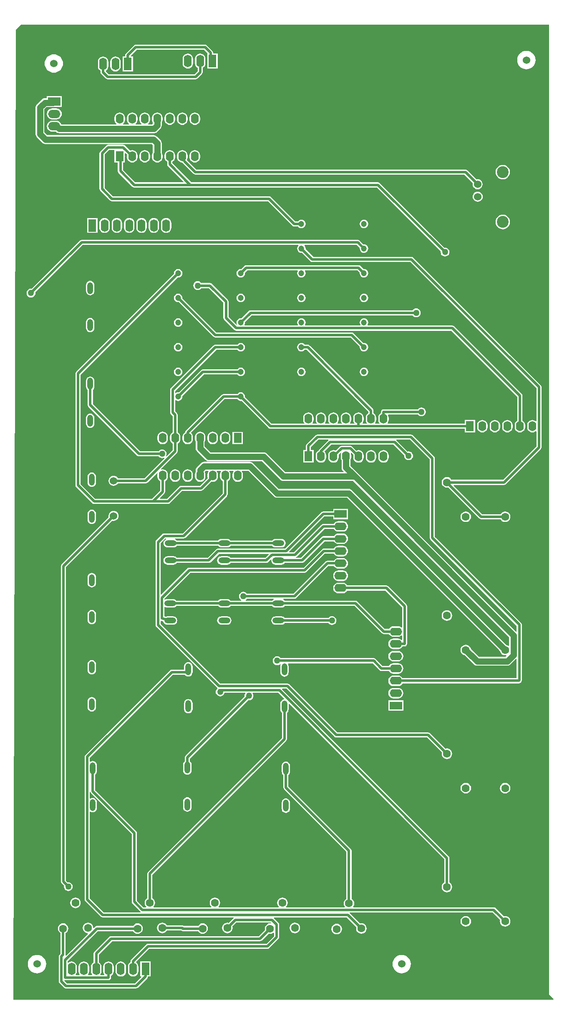
<source format=gbl>
%FSTAX23Y23*%
%MOIN*%
%SFA1B1*%

%IPPOS*%
%ADD29C,0.020000*%
%ADD30C,0.050000*%
%ADD31C,0.060000*%
%ADD32O,0.047240X0.094000*%
%ADD33C,0.062990*%
%ADD34R,0.062990X0.078740*%
%ADD35O,0.062990X0.078740*%
%ADD36R,0.098430X0.066930*%
%ADD37O,0.098430X0.066930*%
%ADD38C,0.094490*%
%ADD39O,0.062990X0.098430*%
%ADD40R,0.062990X0.098430*%
%ADD41R,0.098430X0.062990*%
%ADD42O,0.098430X0.062990*%
%ADD43O,0.094000X0.047240*%
%ADD44C,0.047240*%
%ADD45C,0.050000*%
%LNfuncgen-1*%
%LPD*%
G36*
X098Y0074D02*
X09835Y00704D01*
X09833Y007*
X05523*
X0552Y00703*
X0554Y0844*
X0558Y0848*
X098*
Y0074*
G37*
%LNfuncgen-2*%
%LPC*%
G36*
X06496Y08319D02*
X06488Y08318D01*
X06481Y08313*
X06418Y0825*
X06414Y08244*
X06412Y08236*
Y08224*
X06391*
Y08106*
X06474*
Y08224*
X06457*
X06455Y08229*
X06504Y08278*
X07042*
X0707Y08251*
X07068Y08248*
Y08129*
X07151*
Y08248*
X07114*
Y08256*
X07113Y08263*
X07108Y0827*
X07065Y08313*
X07058Y08318*
X07051Y08319*
X06496*
G37*
G36*
X06913Y08248D02*
X06902Y08247D01*
X06892Y08242*
X06883Y08236*
X06877Y08227*
X06872Y08217*
X06871Y08206*
Y08171*
X06872Y0816*
X06877Y0815*
X06883Y08141*
X06892Y08135*
X06902Y0813*
X06913Y08129*
X06924Y0813*
X06934Y08135*
X06942Y08141*
X06949Y0815*
X06953Y0816*
X06955Y08171*
Y08206*
X06953Y08217*
X06949Y08227*
X06942Y08236*
X06934Y08242*
X06924Y08247*
X06913Y08248*
G37*
G36*
X09618Y0827D02*
X09603Y08268D01*
X0959Y08264*
X09577Y08257*
X09566Y08248*
X09557Y08237*
X0955Y08224*
X09546Y08211*
X09544Y08196*
X09546Y08182*
X0955Y08168*
X09557Y08156*
X09566Y08144*
X09577Y08135*
X0959Y08129*
X09603Y08124*
X09618Y08123*
X09632Y08124*
X09646Y08129*
X09658Y08135*
X09669Y08144*
X09679Y08156*
X09685Y08168*
X0969Y08182*
X09691Y08196*
X0969Y08211*
X09685Y08224*
X09679Y08237*
X09669Y08248*
X09658Y08257*
X09646Y08264*
X09632Y08268*
X09618Y0827*
G37*
G36*
X06334Y08224D02*
X06323Y08223D01*
X06313Y08219*
X06305Y08212*
X06298Y08204*
X06294Y08193*
X06292Y08183*
Y08147*
X06294Y08136*
X06298Y08126*
X06305Y08118*
X06313Y08111*
X06323Y08107*
X06334Y08105*
X06345Y08107*
X06355Y08111*
X06364Y08118*
X0637Y08126*
X06375Y08136*
X06376Y08147*
Y08183*
X06375Y08193*
X0637Y08204*
X06364Y08212*
X06355Y08219*
X06345Y08223*
X06334Y08224*
G37*
G36*
X05842Y08242D02*
X05828Y08241D01*
X05814Y08237*
X05801Y0823*
X0579Y08221*
X05781Y0821*
X05774Y08197*
X0577Y08183*
X05769Y08169*
X0577Y08154*
X05774Y08141*
X05781Y08128*
X0579Y08117*
X05801Y08108*
X05814Y08101*
X05828Y08097*
X05842Y08095*
X05856Y08097*
X0587Y08101*
X05883Y08108*
X05894Y08117*
X05903Y08128*
X0591Y08141*
X05914Y08154*
X05915Y08169*
X05914Y08183*
X0591Y08197*
X05903Y0821*
X05894Y08221*
X05883Y0823*
X0587Y08237*
X05856Y08241*
X05842Y08242*
G37*
G36*
X07011Y08248D02*
X07Y08247D01*
X0699Y08242*
X06982Y08236*
X06975Y08227*
X06971Y08217*
X06969Y08206*
Y08171*
X06971Y0816*
X06975Y0815*
X06982Y08141*
X0699Y08135*
X06991Y08134*
Y08108*
X06966Y08083*
X06281*
X06258Y08106*
X06258Y08107*
X06258Y08112*
X06265Y08118*
X06272Y08126*
X06276Y08136*
X06278Y08147*
Y08183*
X06276Y08193*
X06272Y08204*
X06265Y08212*
X06257Y08219*
X06247Y08223*
X06236Y08224*
X06225Y08223*
X06215Y08219*
X06206Y08212*
X06199Y08204*
X06195Y08193*
X06194Y08183*
Y08147*
X06195Y08136*
X06199Y08126*
X06206Y08118*
X06215Y08111*
X06215Y08111*
Y081*
X06217Y08092*
X06221Y08085*
X06258Y08048*
X06265Y08044*
X06273Y08042*
X06974*
X06982Y08044*
X06989Y08048*
X07026Y08085*
X0703Y08092*
X07032Y08099*
Y08134*
X07032Y08135*
X07041Y08141*
X07048Y0815*
X07052Y0816*
X07053Y08171*
Y08206*
X07052Y08217*
X07048Y08227*
X07041Y08236*
X07032Y08242*
X07022Y08247*
X07011Y08248*
G37*
G36*
X05862Y07811D02*
X0583D01*
X05819Y0781*
X05808Y07805*
X05799Y07798*
X05792Y07789*
X05788Y07779*
X05786Y07767*
X05788Y07756*
X05792Y07745*
X05799Y07736*
X05808Y07729*
X05819Y07725*
X0583Y07723*
X05862*
X05873Y07725*
X05884Y07729*
X05893Y07736*
X059Y07745*
X05904Y07756*
X05906Y07767*
X05904Y07779*
X059Y07789*
X05893Y07798*
X05884Y07805*
X05873Y0781*
X05862Y07811*
G37*
G36*
X06669Y07778D02*
X06658Y07777D01*
X06648Y07772*
X06639Y07766*
X06633Y07757*
X06628Y07747*
X06627Y07736*
Y0772*
X06628Y0771*
X06633Y07699*
X06633Y07698*
Y07689*
X06627Y07683*
X06597*
X06595Y07688*
X06598Y07691*
X06605Y07699*
X06609Y0771*
X06611Y0772*
Y07736*
X06609Y07747*
X06605Y07757*
X06598Y07766*
X0659Y07772*
X0658Y07777*
X06569Y07778*
X06558Y07777*
X06548Y07772*
X06539Y07766*
X06533Y07757*
X06528Y07747*
X06527Y07736*
Y0772*
X06528Y0771*
X06533Y07699*
X06539Y07691*
X06543Y07688*
X06541Y07683*
X06497*
X06495Y07688*
X06498Y07691*
X06505Y07699*
X06509Y0771*
X06511Y0772*
Y07736*
X06509Y07747*
X06505Y07757*
X06498Y07766*
X0649Y07772*
X0648Y07777*
X06469Y07778*
X06458Y07777*
X06448Y07772*
X06439Y07766*
X06433Y07757*
X06428Y07747*
X06427Y07736*
Y0772*
X06428Y0771*
X06433Y07699*
X06439Y07691*
X06443Y07688*
X06441Y07683*
X06397*
X06395Y07688*
X06398Y07691*
X06405Y07699*
X06409Y0771*
X06411Y0772*
Y07736*
X06409Y07747*
X06405Y07757*
X06398Y07766*
X0639Y07772*
X0638Y07777*
X06369Y07778*
X06358Y07777*
X06348Y07772*
X06339Y07766*
X06333Y07757*
X06328Y07747*
X06327Y07736*
Y0772*
X06328Y0771*
X06333Y07699*
X06339Y07691*
X06343Y07688*
X06341Y07683*
X05903*
X059Y07691*
X05893Y077*
X05884Y07707*
X05873Y07711*
X05862Y07713*
X0583*
X05819Y07711*
X05808Y07707*
X05799Y077*
X05792Y07691*
X05788Y0768*
X05786Y07669*
X05788Y07657*
X05792Y07647*
X05799Y07638*
X05808Y07631*
X05819Y07626*
X0583Y07625*
X0586*
X05862Y07623*
X0587Y07617*
X05878Y07614*
X05887Y07612*
X06642*
X06651Y07614*
X0666Y07617*
X06667Y07623*
X06694Y0765*
X06699Y07657*
X06703Y07665*
X06704Y07675*
Y07698*
X06705Y07699*
X06709Y0771*
X06711Y0772*
Y07736*
X06709Y07747*
X06705Y07757*
X06698Y07766*
X0669Y07772*
X0668Y07777*
X06669Y07778*
G37*
G36*
X06969D02*
X06958Y07777D01*
X06948Y07772*
X06939Y07766*
X06933Y07757*
X06928Y07747*
X06927Y07736*
Y0772*
X06928Y0771*
X06933Y07699*
X06939Y07691*
X06948Y07684*
X06958Y0768*
X06969Y07679*
X0698Y0768*
X0699Y07684*
X06998Y07691*
X07005Y07699*
X07009Y0771*
X07011Y0772*
Y07736*
X07009Y07747*
X07005Y07757*
X06998Y07766*
X0699Y07772*
X0698Y07777*
X06969Y07778*
G37*
G36*
X06869D02*
X06858Y07777D01*
X06848Y07772*
X06839Y07766*
X06833Y07757*
X06828Y07747*
X06827Y07736*
Y0772*
X06828Y0771*
X06833Y07699*
X06839Y07691*
X06848Y07684*
X06858Y0768*
X06869Y07679*
X0688Y0768*
X0689Y07684*
X06898Y07691*
X06905Y07699*
X06909Y0771*
X06911Y0772*
Y07736*
X06909Y07747*
X06905Y07757*
X06898Y07766*
X0689Y07772*
X0688Y07777*
X06869Y07778*
G37*
G36*
X06769D02*
X06758Y07777D01*
X06748Y07772*
X06739Y07766*
X06733Y07757*
X06728Y07747*
X06727Y07736*
Y0772*
X06728Y0771*
X06733Y07699*
X06739Y07691*
X06748Y07684*
X06758Y0768*
X06769Y07679*
X0678Y0768*
X0679Y07684*
X06798Y07691*
X06805Y07699*
X06809Y0771*
X06811Y0772*
Y07736*
X06809Y07747*
X06805Y07757*
X06798Y07766*
X0679Y07772*
X0678Y07777*
X06769Y07778*
G37*
G36*
X06969Y07478D02*
X06958Y07477D01*
X06948Y07472*
X06939Y07466*
X06933Y07457*
X06928Y07447*
X06927Y07436*
Y0742*
X06928Y0741*
X06933Y07399*
X06939Y07391*
X06948Y07384*
X06958Y0738*
X06969Y07379*
X0698Y0738*
X0699Y07384*
X06998Y07391*
X07005Y07399*
X07009Y0741*
X07011Y0742*
Y07436*
X07009Y07447*
X07005Y07457*
X06998Y07466*
X0699Y07472*
X0698Y07477*
X06969Y07478*
G37*
G36*
X05905Y07909D02*
X05787D01*
Y07892*
X05771*
X05761Y07891*
X05753Y07888*
X05746Y07882*
X05707Y07843*
X05701Y07836*
X05698Y07828*
X05696Y07818*
Y07606*
X05698Y07597*
X05701Y07588*
X05707Y07581*
X0575Y07538*
X05757Y07532*
X05766Y07528*
X05775Y07527*
X06625*
X06633Y07519*
Y07458*
X06633Y07457*
X06628Y07447*
X06627Y07436*
Y0742*
X06628Y0741*
X06633Y07399*
X06639Y07391*
X06648Y07384*
X06658Y0738*
X06669Y07379*
X0668Y0738*
X0669Y07384*
X06698Y07391*
X06705Y07399*
X06709Y0741*
X06711Y0742*
Y07436*
X06709Y07447*
X06705Y07457*
X06704Y07458*
Y07533*
X06703Y07542*
X06699Y07551*
X06694Y07558*
X06664Y07587*
X06657Y07593*
X06649Y07597*
X0664Y07598*
X0579*
X05767Y0762*
Y07804*
X05785Y07822*
X05837*
X0584Y07822*
X05905*
Y07909*
G37*
G36*
X06569Y07478D02*
X06558Y07477D01*
X06548Y07472*
X06539Y07466*
X06533Y07457*
X06528Y07447*
X06527Y07436*
Y0742*
X06528Y0741*
X06533Y07399*
X06539Y07391*
X06548Y07384*
X06558Y0738*
X06569Y07379*
X0658Y0738*
X0659Y07384*
X06598Y07391*
X06605Y07399*
X06609Y0741*
X06611Y0742*
Y07436*
X06609Y07447*
X06605Y07457*
X06598Y07466*
X0659Y07472*
X0658Y07477*
X06569Y07478*
G37*
G36*
X09429Y0736D02*
X09414Y07358D01*
X094Y07353*
X09388Y07343*
X09379Y07332*
X09373Y07318*
X09371Y07303*
X09373Y07288*
X09379Y07274*
X09388Y07262*
X094Y07253*
X09414Y07247*
X09429Y07245*
X09444Y07247*
X09458Y07253*
X09469Y07262*
X09479Y07274*
X09484Y07288*
X09486Y07303*
X09484Y07318*
X09479Y07332*
X09469Y07343*
X09458Y07353*
X09444Y07358*
X09429Y0736*
G37*
G36*
X06869Y07478D02*
X06858Y07477D01*
X06848Y07472*
X06839Y07466*
X06833Y07457*
X06828Y07447*
X06827Y07436*
Y0742*
X06828Y0741*
X06833Y07399*
X06839Y07391*
X06848Y07384*
X06858Y0738*
X06868Y07379*
X06871Y07375*
X06958Y07288*
X06964Y07284*
X06972Y07282*
X09123*
X09189Y07216*
X09188Y07206*
X09189Y07196*
X09193Y07186*
X09199Y07178*
X09208Y07171*
X09217Y07167*
X09228Y07166*
X09238Y07167*
X09248Y07171*
X09256Y07178*
X09263Y07186*
X09267Y07196*
X09268Y07206*
X09267Y07217*
X09263Y07226*
X09256Y07235*
X09248Y07241*
X09238Y07245*
X09228Y07247*
X09218Y07245*
X09146Y07317*
X09139Y07321*
X09131Y07323*
X0698*
X06905Y07399*
X06905Y07399*
X06909Y0741*
X06911Y0742*
Y07436*
X06909Y07447*
X06905Y07457*
X06898Y07466*
X0689Y07472*
X0688Y07477*
X06869Y07478*
G37*
G36*
X09229Y07147D02*
X09218Y07146D01*
X09209Y07142*
X092Y07135*
X09194Y07127*
X0919Y07117*
X09188Y07107*
X0919Y07096*
X09194Y07087*
X092Y07078*
X09209Y07072*
X09218Y07068*
X09229Y07066*
X09239Y07068*
X09249Y07072*
X09257Y07078*
X09264Y07087*
X09268Y07096*
X09269Y07107*
X09268Y07117*
X09264Y07127*
X09257Y07135*
X09249Y07142*
X09239Y07146*
X09229Y07147*
G37*
G36*
X0832Y06923D02*
X08312Y06922D01*
X08303Y06919*
X08296Y06913*
X08291Y06906*
X08288Y06898*
X08286Y06889*
X08288Y0688*
X08291Y06872*
X08296Y06865*
X08303Y0686*
X08312Y06857*
X0832Y06855*
X08329Y06857*
X08337Y0686*
X08344Y06865*
X0835Y06872*
X08353Y0688*
X08354Y06889*
X08353Y06898*
X0835Y06906*
X08344Y06913*
X08337Y06919*
X08329Y06922*
X0832Y06923*
G37*
G36*
X09429Y06963D02*
X09414Y06961D01*
X094Y06955*
X09388Y06946*
X09379Y06934*
X09373Y0692*
X09371Y06905*
X09373Y0689*
X09379Y06876*
X09388Y06864*
X094Y06855*
X09414Y06849*
X09429Y06847*
X09444Y06849*
X09458Y06855*
X09469Y06864*
X09479Y06876*
X09484Y0689*
X09486Y06905*
X09484Y0692*
X09479Y06934*
X09469Y06946*
X09458Y06955*
X09444Y06961*
X09429Y06963*
G37*
G36*
X06191Y06937D02*
X06108D01*
Y06818*
X06191*
Y06937*
G37*
G36*
X0674Y06937D02*
X06729Y06936D01*
X06719Y06931*
X0671Y06925*
X06703Y06916*
X06699Y06906*
X06698Y06895*
Y0686*
X06699Y06849*
X06703Y06839*
X0671Y0683*
X06719Y06823*
X06729Y06819*
X0674Y06818*
X0675Y06819*
X06761Y06823*
X06769Y0683*
X06776Y06839*
X0678Y06849*
X06782Y0686*
Y06895*
X0678Y06906*
X06776Y06916*
X06769Y06925*
X06761Y06931*
X0675Y06936*
X0674Y06937*
G37*
G36*
X06641D02*
X0663Y06936D01*
X0662Y06931*
X06612Y06925*
X06605Y06916*
X06601Y06906*
X06599Y06895*
Y0686*
X06601Y06849*
X06605Y06839*
X06612Y0683*
X0662Y06823*
X0663Y06819*
X06641Y06818*
X06652Y06819*
X06662Y06823*
X06671Y0683*
X06677Y06839*
X06682Y06849*
X06683Y0686*
Y06895*
X06682Y06906*
X06677Y06916*
X06671Y06925*
X06662Y06931*
X06652Y06936*
X06641Y06937*
G37*
G36*
X06543D02*
X06532Y06936D01*
X06522Y06931*
X06513Y06925*
X06507Y06916*
X06502Y06906*
X06501Y06895*
Y0686*
X06502Y06849*
X06507Y06839*
X06513Y0683*
X06522Y06823*
X06532Y06819*
X06543Y06818*
X06554Y06819*
X06564Y06823*
X06572Y0683*
X06579Y06839*
X06583Y06849*
X06585Y0686*
Y06895*
X06583Y06906*
X06579Y06916*
X06572Y06925*
X06564Y06931*
X06554Y06936*
X06543Y06937*
G37*
G36*
X06444D02*
X06434Y06936D01*
X06423Y06931*
X06415Y06925*
X06408Y06916*
X06404Y06906*
X06403Y06895*
Y0686*
X06404Y06849*
X06408Y06839*
X06415Y0683*
X06423Y06823*
X06434Y06819*
X06444Y06818*
X06455Y06819*
X06465Y06823*
X06474Y0683*
X06481Y06839*
X06485Y06849*
X06486Y0686*
Y06895*
X06485Y06906*
X06481Y06916*
X06474Y06925*
X06465Y06931*
X06455Y06936*
X06444Y06937*
G37*
G36*
X06346D02*
X06335Y06936D01*
X06325Y06931*
X06316Y06925*
X0631Y06916*
X06306Y06906*
X06304Y06895*
Y0686*
X06306Y06849*
X0631Y06839*
X06316Y0683*
X06325Y06823*
X06335Y06819*
X06346Y06818*
X06357Y06819*
X06367Y06823*
X06376Y0683*
X06382Y06839*
X06386Y06849*
X06388Y0686*
Y06895*
X06386Y06906*
X06382Y06916*
X06376Y06925*
X06367Y06931*
X06357Y06936*
X06346Y06937*
G37*
G36*
X06248D02*
X06237Y06936D01*
X06227Y06931*
X06218Y06925*
X06211Y06916*
X06207Y06906*
X06206Y06895*
Y0686*
X06207Y06849*
X06211Y06839*
X06218Y0683*
X06227Y06823*
X06237Y06819*
X06248Y06818*
X06258Y06819*
X06268Y06823*
X06277Y0683*
X06284Y06839*
X06288Y06849*
X06289Y0686*
Y06895*
X06288Y06906*
X06284Y06916*
X06277Y06925*
X06268Y06931*
X06258Y06936*
X06248Y06937*
G37*
G36*
X08271Y06762D02*
X06064D01*
X06056Y0676*
X06049Y06756*
X05665Y06372*
X0566Y06373*
X0565Y06372*
X05642Y06368*
X05635Y06362*
X05629Y06355*
X05625Y06347*
X05624Y06338*
X05625Y06328*
X05629Y0632*
X05635Y06313*
X05642Y06307*
X0565Y06303*
X0566Y06302*
X05669Y06303*
X05677Y06307*
X05684Y06313*
X0569Y0632*
X05694Y06328*
X05695Y06338*
X05694Y06343*
X06072Y06721*
X07795*
X07796Y06718*
X07796Y06716*
X07791Y06709*
X07788Y06701*
X07786Y06692*
X07788Y06684*
X07791Y06675*
X07796Y06668*
X07803Y06663*
X07812Y0666*
X0782Y06659*
X07825Y06659*
X07893Y06591*
X07899Y06587*
X07907Y06585*
X08692*
X09698Y05579*
Y05317*
X09693Y05315*
X09687Y05319*
X09677Y05323*
X09666Y05325*
X09656Y05323*
X09646Y05319*
X09637Y05313*
X0963Y05304*
X09626Y05294*
X09625Y05283*
Y05267*
X09626Y05256*
X0963Y05246*
X09637Y05238*
X09646Y05231*
X09656Y05227*
X09666Y05225*
X09677Y05227*
X09687Y05231*
X09693Y05235*
X09698Y05233*
Y05115*
X09431Y04848*
X09019*
X09019Y04848*
X09012Y04857*
X09004Y04864*
X08994Y04868*
X08983Y04869*
X08972Y04868*
X08962Y04864*
X08953Y04857*
X08947Y04848*
X08942Y04838*
X08941Y04827*
X08942Y04816*
X08947Y04806*
X08953Y04798*
X08962Y04791*
X08972Y04787*
X08983Y04785*
X08994Y04787*
X08994Y04787*
X09243Y04538*
X0925Y04534*
X09257Y04532*
X09412*
X09412Y04532*
X09419Y04523*
X09427Y04516*
X09437Y04512*
X09448Y04511*
X09459Y04512*
X09469Y04516*
X09478Y04523*
X09485Y04532*
X09489Y04542*
X0949Y04553*
X09489Y04563*
X09485Y04574*
X09478Y04582*
X09469Y04589*
X09459Y04593*
X09448Y04595*
X09437Y04593*
X09427Y04589*
X09419Y04582*
X09412Y04574*
X09412Y04573*
X09266*
X09037Y04802*
X09039Y04807*
X09439*
X09447Y04808*
X09454Y04813*
X09733Y05092*
X09737Y05099*
X09739Y05107*
Y05588*
X09737Y05595*
X09733Y05602*
X08715Y0662*
X08708Y06625*
X087Y06626*
X07915*
X07854Y06688*
X07854Y06692*
X07853Y06701*
X0785Y06709*
X07845Y06716*
X07845Y06718*
X07846Y06721*
X08263*
X08287Y06697*
X08286Y06692*
X08288Y06684*
X08291Y06675*
X08296Y06668*
X08303Y06663*
X08312Y0666*
X0832Y06659*
X08329Y0666*
X08337Y06663*
X08344Y06668*
X0835Y06675*
X08353Y06684*
X08354Y06692*
X08353Y06701*
X0835Y06709*
X08344Y06716*
X08337Y06722*
X08329Y06725*
X0832Y06726*
X08316Y06726*
X08286Y06756*
X08279Y0676*
X08271Y06762*
G37*
G36*
X06397Y07521D02*
X06276D01*
X06268Y07519*
X06261Y07515*
X06213Y07467*
X06209Y0746*
X06207Y07452*
Y07169*
X06209Y07161*
X06213Y07154*
X06292Y07076*
X06299Y07071*
X06307Y0707*
X07554*
X07748Y06875*
X07755Y0687*
X07763Y06869*
X07794*
X07796Y06865*
X07803Y0686*
X07812Y06857*
X0782Y06855*
X07829Y06857*
X07837Y0686*
X07844Y06865*
X0785Y06872*
X07853Y0688*
X07854Y06889*
X07853Y06898*
X0785Y06906*
X07844Y06913*
X07837Y06919*
X07829Y06922*
X0782Y06923*
X07812Y06922*
X07803Y06919*
X07796Y06913*
X07794Y0691*
X07771*
X07576Y07104*
X0757Y07109*
X07562Y0711*
X06315*
X06248Y07177*
Y07444*
X06284Y0748*
X06323*
X06327Y07478*
Y07431*
X06327Y07428*
X06327Y07426*
Y07379*
X06353*
Y07311*
X06355Y07303*
X06359Y07296*
X06469Y07186*
X06476Y07181*
X06484Y0718*
X08424*
X08933Y06671*
X08933Y06665*
X08934Y06656*
X08937Y06647*
X08943Y0664*
X0895Y06634*
X08959Y06631*
X08968Y0663*
X08977Y06631*
X08986Y06634*
X08993Y0664*
X08999Y06647*
X09002Y06656*
X09003Y06665*
X09002Y06674*
X08999Y06683*
X08993Y0669*
X08986Y06695*
X08977Y06699*
X08968Y067*
X08962Y06699*
X08447Y07215*
X0844Y07219*
X08433Y07221*
X06941*
X06789Y07373*
Y07384*
X0679Y07384*
X06798Y07391*
X06805Y07399*
X06809Y0741*
X06811Y0742*
Y07436*
X06809Y07447*
X06805Y07457*
X06798Y07466*
X0679Y07472*
X0678Y07477*
X06769Y07478*
X06758Y07477*
X06748Y07472*
X06739Y07466*
X06733Y07457*
X06728Y07447*
X06727Y07436*
Y0742*
X06728Y0741*
X06733Y07399*
X06739Y07391*
X06748Y07384*
X06748Y07384*
Y07364*
X0675Y07356*
X06754Y0735*
X06879Y07225*
X06877Y07221*
X06492*
X06394Y07319*
Y07379*
X0641*
Y07426*
X06411Y07428*
X0641Y07431*
Y07451*
X06415Y07453*
X06428Y07441*
X06427Y07436*
Y0742*
X06428Y0741*
X06433Y07399*
X06439Y07391*
X06448Y07384*
X06458Y0738*
X06469Y07379*
X0648Y0738*
X0649Y07384*
X06498Y07391*
X06505Y07399*
X06509Y0741*
X06511Y0742*
Y07436*
X06509Y07447*
X06505Y07457*
X06498Y07466*
X0649Y07472*
X0648Y07477*
X06469Y07478*
X06458Y07477*
X06452Y07474*
X06411Y07515*
X06405Y07519*
X06397Y07521*
G37*
G36*
X08276Y0656D02*
X0738D01*
X07372Y06558*
X07366Y06554*
X07341Y06529*
X07336Y06529*
X07327Y06528*
X07319Y06525*
X07312Y0652*
X07307Y06513*
X07303Y06504*
X07302Y06496*
X07303Y06487*
X07307Y06479*
X07312Y06472*
X07319Y06466*
X07327Y06463*
X07336Y06462*
X07345Y06463*
X07353Y06466*
X0736Y06472*
X07365Y06479*
X07369Y06487*
X0737Y06496*
X07369Y065*
X07389Y06519*
X0779*
X07793Y06515*
X07791Y06513*
X07788Y06504*
X07786Y06496*
X07788Y06487*
X07791Y06479*
X07796Y06472*
X07803Y06466*
X07812Y06463*
X0782Y06462*
X07829Y06463*
X07837Y06466*
X07844Y06472*
X0785Y06479*
X07853Y06487*
X07854Y06496*
X07853Y06504*
X0785Y06513*
X07848Y06515*
X0785Y06519*
X08268*
X08287Y065*
X08286Y06496*
X08288Y06487*
X08291Y06479*
X08296Y06472*
X08303Y06466*
X08312Y06463*
X0832Y06462*
X08329Y06463*
X08337Y06466*
X08344Y06472*
X0835Y06479*
X08353Y06487*
X08354Y06496*
X08353Y06504*
X0835Y06513*
X08344Y0652*
X08337Y06525*
X08329Y06528*
X0832Y06529*
X08316Y06529*
X08291Y06554*
X08284Y06558*
X08276Y0656*
G37*
G36*
X06836Y06529D02*
X06827Y06528D01*
X06819Y06525*
X06812Y0652*
X06807Y06513*
X06803Y06504*
X06802Y06496*
X06803Y06491*
X06021Y05709*
X06016Y05702*
X06015Y05694*
Y04804*
X06016Y04796*
X06021Y0479*
X06149Y04661*
X06156Y04657*
X06164Y04655*
X06756*
X06763Y04657*
X0677Y04661*
X06868Y04759*
X07018*
X07026Y04761*
X07033Y04765*
X07093Y04825*
X071Y04833*
X071Y04833*
X07111Y04831*
X07122Y04833*
X07132Y04837*
X07141Y04844*
X07148Y04852*
X07152Y04862*
X07153Y04873*
Y04889*
X07152Y049*
X07148Y0491*
X07143Y04915*
X07146Y0492*
X07177*
X07179Y04915*
X07175Y0491*
X07171Y049*
X07169Y04889*
Y04873*
X07171Y04862*
X07175Y04852*
X07182Y04844*
X0719Y04837*
X07191Y04837*
Y0474*
X06871Y0442*
X06725*
X06717Y04418*
X0671Y04414*
X0666Y04364*
X06655Y04357*
X06654Y04349*
Y0369*
X06655Y03682*
X0666Y03675*
X07148Y03188*
X07148Y03182*
X07147Y0318*
X07141Y03173*
X07137Y03165*
X07136Y03156*
X07137Y03146*
X07141Y03138*
X07147Y03131*
X07154Y03125*
X07162Y03121*
X07172Y0312*
X07181Y03121*
X07189Y03125*
X07196Y03131*
X07202Y03138*
X07206Y03146*
X07206Y03148*
X07371*
X07373Y03144*
X07371Y03141*
X07367Y03133*
X07366Y03124*
X07367Y03118*
X06895Y02645*
X0689Y02639*
X06889Y02631*
Y02603*
X06885Y026*
X0688Y02593*
X06876Y02585*
X06875Y02576*
Y02529*
X06876Y0252*
X0688Y02512*
X06885Y02505*
X06892Y025*
X069Y02497*
X06909Y02495*
X06918Y02497*
X06926Y025*
X06933Y02505*
X06938Y02512*
X06942Y0252*
X06943Y02529*
Y02576*
X06942Y02585*
X06938Y02593*
X06933Y026*
X06929Y02603*
Y02622*
X07396Y03089*
X07402Y03088*
X07411Y03089*
X07419Y03093*
X07426Y03099*
X07432Y03106*
X07436Y03114*
X07437Y03124*
X07436Y03133*
X07432Y03141*
X0743Y03144*
X07432Y03148*
X07636*
X07683Y03101*
X07681Y03096*
X07676Y03095*
X07668Y03092*
X07661Y03086*
X07655Y03079*
X07652Y03071*
X07651Y03062*
Y03015*
X07652Y03007*
X07655Y02999*
X07661Y02992*
X07664Y02989*
Y02788*
X06595Y01719*
X06591Y01713*
X06589Y01705*
Y01508*
X06589Y01508*
X0658Y01502*
X06573Y01493*
X06569Y01483*
X06568Y01472*
X06569Y01461*
X06573Y01451*
X0658Y01442*
X06581Y01442*
X06579Y01437*
X06558*
X06506Y01489*
Y0203*
X06504Y02037*
X065Y02044*
X06173Y0237*
Y02497*
X06177Y02499*
X06182Y02506*
X06186Y02515*
X06187Y02523*
Y0257*
X06186Y02579*
X06182Y02587*
X06177Y02594*
X0617Y02599*
X06162Y02603*
X06153Y02604*
X06144Y02603*
X06136Y02599*
X06134Y02598*
X06129Y026*
Y02629*
X06792Y03292*
X0689*
X06893Y03289*
X069Y03283*
X06908Y0328*
X06917Y03279*
X06926Y0328*
X06934Y03283*
X06941Y03289*
X06946Y03296*
X0695Y03304*
X06951Y03313*
Y03359*
X0695Y03368*
X06946Y03376*
X06941Y03383*
X06934Y03389*
X06926Y03392*
X06917Y03393*
X06908Y03392*
X069Y03389*
X06893Y03383*
X06887Y03376*
X06884Y03368*
X06883Y03359*
Y03333*
X06784*
X06776Y03331*
X06769Y03327*
X06094Y02652*
X0609Y02645*
X06088Y02638*
Y015*
X0609Y01492*
X06094Y01485*
X06217Y01362*
X06224Y01358*
X06232Y01356*
X07278*
X07279Y01351*
X07279Y01351*
X0724Y01312*
X0724Y01313*
X07229Y01314*
X07218Y01313*
X07208Y01308*
X07199Y01302*
X07193Y01293*
X07188Y01283*
X07187Y01272*
X07188Y01261*
X07193Y01251*
X07199Y01243*
X07208Y01236*
X07218Y01232*
X07229Y0123*
X0724Y01232*
X0725Y01236*
X07258Y01243*
X07265Y01251*
X07269Y01261*
X07271Y01272*
X07269Y01283*
X07269Y01284*
X07302Y01316*
X07577*
X0758Y01313*
X07578Y01308*
X0757Y01309*
X0756Y01308*
X07549Y01303*
X07541Y01297*
X07534Y01288*
X0753Y01278*
X07529Y01267*
X0753Y01256*
X0753Y01256*
X07481Y01207*
X063*
X06292Y01205*
X06285Y01201*
X06166Y01082*
X06162Y01075*
X0616Y01068*
Y00999*
X0616Y00998*
X06151Y00992*
X06144Y00983*
X0614Y00973*
X06139Y00962*
Y00927*
X0614Y00916*
X06144Y00906*
X06148Y00901*
X06146Y00896*
X06117*
X06114Y00901*
X06118Y00906*
X06123Y00916*
X06124Y00927*
Y00962*
X06123Y00973*
X06118Y00983*
X06112Y00992*
X06103Y00998*
X06093Y01003*
X06082Y01004*
X06071Y01003*
X06061Y00998*
X06053Y00992*
X06046Y00983*
X06042Y00973*
X0604Y00962*
Y00927*
X06042Y00916*
X06046Y00906*
X0605Y00901*
X06047Y00896*
X06018*
X06016Y00901*
X0602Y00906*
X06024Y00916*
X06026Y00927*
Y00962*
X06024Y00973*
X0602Y00983*
X06013Y00992*
X06005Y00998*
X05995Y01003*
X05984Y01004*
X05973Y01003*
X05963Y00998*
X05958Y00994*
X05953Y00997*
Y01005*
X06194Y01247*
X06475*
X06475Y01246*
X06482Y01238*
X0649Y01231*
X065Y01227*
X06511Y01225*
X06522Y01227*
X06532Y01231*
X06541Y01238*
X06548Y01246*
X06552Y01256*
X06553Y01267*
X06552Y01278*
X06548Y01288*
X06541Y01297*
X06532Y01303*
X06522Y01308*
X06511Y01309*
X065Y01308*
X0649Y01303*
X06482Y01297*
X06475Y01288*
X06475Y01288*
X06186*
X06178Y01286*
X06172Y01282*
X06161Y01271*
X06156Y01273*
X06155Y01283*
X06151Y01293*
X06144Y01302*
X06136Y01308*
X06125Y01313*
X06115Y01314*
X06104Y01313*
X06094Y01308*
X06085Y01302*
X06078Y01293*
X06074Y01283*
X06073Y01272*
X06074Y01261*
X06078Y01251*
X06085Y01243*
X06094Y01236*
X06104Y01232*
X06113Y0123*
X06116Y01226*
X05941Y01051*
X05936Y01053*
X05937Y01058*
Y01058*
Y01231*
X05938Y01231*
X05946Y01238*
X05953Y01246*
X05957Y01256*
X05959Y01267*
X05957Y01278*
X05953Y01288*
X05946Y01297*
X05938Y01303*
X05928Y01308*
X05917Y01309*
X05906Y01308*
X05896Y01303*
X05887Y01297*
X05881Y01288*
X05876Y01278*
X05875Y01267*
X05876Y01256*
X05881Y01246*
X05887Y01238*
X05896Y01231*
X05896Y01231*
Y01067*
X05888Y01058*
X05883Y01051*
X05882Y01044*
Y00845*
X05883Y00837*
X05888Y00831*
X05924Y00795*
X0593Y00791*
X05938Y00789*
X065*
X06507Y00791*
X06514Y00795*
X06589Y0087*
X06593Y00877*
X06595Y00884*
Y00885*
X06616*
Y01004*
X06533*
Y00885*
X0654*
X06542Y00881*
X06491Y0083*
X05946*
X05925Y00851*
X05928Y00856*
X05928*
X05932Y00855*
X06279*
X06287Y00856*
X06293Y00861*
X06298Y00867*
X06299Y00875*
Y0089*
X063Y0089*
X06309Y00897*
X06315Y00906*
X06319Y00916*
X06321Y00927*
Y00962*
X06319Y00973*
X06315Y00983*
X06309Y00992*
X063Y00998*
X0629Y01003*
X06279Y01004*
X06268Y01003*
X06258Y00998*
X06249Y00992*
X06243Y00983*
X06239Y00973*
X06237Y00962*
Y00927*
X06239Y00916*
X06243Y00906*
X06247Y00901*
X06244Y00896*
X06215*
X06213Y00901*
X06217Y00906*
X06221Y00916*
X06222Y00927*
Y00962*
X06221Y00973*
X06217Y00983*
X0621Y00992*
X06202Y00998*
X06201Y00999*
Y01059*
X06308Y01166*
X0749*
X07497Y01168*
X07504Y01172*
X07559Y01227*
X0756Y01227*
X0757Y01225*
X07581Y01227*
X07591Y01231*
X07597Y01235*
X07602Y01233*
Y01207*
X07541Y01146*
X06595*
X06587Y01144*
X0658Y0114*
X06461Y01021*
X06457Y01014*
X06455Y01007*
Y00999*
X06455Y00998*
X06446Y00992*
X0644Y00983*
X06435Y00973*
X06434Y00962*
Y00927*
X06435Y00916*
X0644Y00906*
X06446Y00897*
X06455Y0089*
X06465Y00886*
X06476Y00885*
X06487Y00886*
X06497Y0089*
X06505Y00897*
X06512Y00906*
X06516Y00916*
X06518Y00927*
Y00962*
X06516Y00973*
X06512Y00983*
X06505Y00992*
X06501Y00995*
X065Y01002*
X06603Y01105*
X0755*
X07557Y01107*
X07564Y01111*
X07637Y01184*
X07641Y01191*
X07643Y01199*
Y013*
X07641Y01307*
X07637Y01314*
X076Y01351*
X076Y01351*
X07601Y01356*
X08183*
X08259Y0128*
X08259Y01279*
X08258Y01268*
X08259Y01257*
X08263Y01247*
X0827Y01239*
X08279Y01232*
X08289Y01228*
X083Y01226*
X08311Y01228*
X08321Y01232*
X08329Y01239*
X08336Y01247*
X0834Y01257*
X08342Y01268*
X0834Y01279*
X08336Y01289*
X08329Y01298*
X08321Y01304*
X08311Y01309*
X083Y0131*
X08289Y01309*
X08288Y01308*
X08206Y01391*
X08206Y01391*
X08207Y01396*
X09348*
X09408Y01336*
X09408Y01335*
X09406Y01324*
X09408Y01313*
X09412Y01303*
X09419Y01295*
X09427Y01288*
X09437Y01284*
X09448Y01282*
X09459Y01284*
X09469Y01288*
X09478Y01295*
X09485Y01303*
X09489Y01313*
X0949Y01324*
X09489Y01335*
X09485Y01345*
X09478Y01354*
X09469Y01361*
X09459Y01365*
X09448Y01366*
X09437Y01365*
X09437Y01365*
X09371Y01431*
X09364Y01435*
X09356Y01437*
X08235*
X08233Y01442*
X08237Y01447*
X08241Y01457*
X08242Y01468*
X08241Y01479*
X08237Y01489*
X0823Y01498*
X08221Y01504*
X08221Y01504*
Y01889*
X08219Y01896*
X08215Y01903*
X07717Y02401*
Y02493*
X0772Y02495*
X07726Y02502*
X07729Y02511*
X0773Y02519*
Y02566*
X07729Y02575*
X07726Y02583*
X0772Y0259*
X07713Y02596*
X07705Y02599*
X07696Y026*
X07688Y02599*
X07679Y02596*
X07672Y0259*
X07667Y02583*
X07664Y02575*
X07662Y02566*
Y02519*
X07664Y02511*
X07667Y02502*
X07672Y02495*
X07676Y02493*
Y02393*
X07678Y02385*
X07682Y02378*
X0818Y0188*
Y01504*
X08179Y01504*
X08171Y01498*
X08164Y01489*
X0816Y01479*
X08158Y01468*
X0816Y01457*
X08164Y01447*
X08168Y01442*
X08166Y01437*
X07699*
X07697Y01442*
X07698Y01442*
X07705Y01451*
X07709Y01461*
X07711Y01472*
X07709Y01483*
X07705Y01493*
X07698Y01502*
X0769Y01508*
X0768Y01512*
X07669Y01514*
X07658Y01512*
X07648Y01508*
X07639Y01502*
X07633Y01493*
X07628Y01483*
X07627Y01472*
X07628Y01461*
X07633Y01451*
X07639Y01442*
X0764Y01442*
X07639Y01437*
X0716*
X07158Y01442*
X07159Y01442*
X07166Y01451*
X0717Y01461*
X07171Y01472*
X0717Y01483*
X07166Y01493*
X07159Y01502*
X0715Y01508*
X0714Y01512*
X07129Y01514*
X07119Y01512*
X07108Y01508*
X071Y01502*
X07093Y01493*
X07089Y01483*
X07088Y01472*
X07089Y01461*
X07093Y01451*
X071Y01442*
X07101Y01442*
X07099Y01437*
X0664*
X06638Y01442*
X06639Y01442*
X06646Y01451*
X0665Y01461*
X06652Y01472*
X0665Y01483*
X06646Y01493*
X06639Y01502*
X06631Y01508*
X0663Y01508*
Y01696*
X07699Y02765*
X07703Y02772*
X07705Y0278*
Y02989*
X07709Y02992*
X07714Y02999*
X07717Y03007*
X07718Y03015*
Y03059*
X07723Y03061*
X08962Y01822*
Y01635*
X08962Y01635*
X08953Y01629*
X08947Y0162*
X08942Y0161*
X08941Y01599*
X08942Y01588*
X08947Y01578*
X08953Y01569*
X08962Y01563*
X08972Y01558*
X08983Y01557*
X08994Y01558*
X09004Y01563*
X09012Y01569*
X09019Y01578*
X09023Y01588*
X09025Y01599*
X09023Y0161*
X09019Y0162*
X09012Y01629*
X09004Y01635*
X09003Y01635*
Y0183*
X09002Y01838*
X08997Y01845*
X07666Y03176*
X07668Y03181*
X07701*
X08085Y02797*
X08092Y02793*
X081Y02791*
X08825*
X08943Y02673*
X08942Y02673*
X08941Y02662*
X08942Y02651*
X08947Y02641*
X08953Y02632*
X08962Y02626*
X08972Y02621*
X08983Y0262*
X08994Y02621*
X09004Y02626*
X09012Y02632*
X09019Y02641*
X09023Y02651*
X09025Y02662*
X09023Y02673*
X09019Y02683*
X09012Y02691*
X09004Y02698*
X08994Y02702*
X08983Y02704*
X08972Y02702*
X08971Y02702*
X08848Y02826*
X08841Y0283*
X08833Y02832*
X08108*
X07724Y03216*
X07718Y0322*
X0771Y03222*
X07171*
X06695Y03698*
Y03719*
X06696Y0372*
X06698Y03722*
X067Y03722*
X06715Y03718*
X06715Y03716*
X06718Y03708*
X06724Y03701*
X06731Y03695*
X06739Y03692*
X06748Y03691*
X06795*
X06803Y03692*
X06811Y03695*
X06819Y03701*
X06824Y03708*
X06827Y03716*
X06828Y03725*
X06827Y03733*
X06824Y03742*
X06819Y03749*
X06811Y03754*
X06803Y03757*
X06795Y03759*
X06748*
X06739Y03757*
X06734Y03755*
X06725Y03758*
Y03832*
X06729Y03835*
X06731Y03833*
X06739Y0383*
X06748Y03829*
X06795*
X06803Y0383*
X06811Y03833*
X06819Y03839*
X06821Y03842*
X07154*
X07157Y03839*
X07164Y03833*
X07172Y0383*
X07181Y03829*
X07228*
X07236Y0383*
X07245Y03833*
X07252Y03839*
X07254Y03842*
X07587*
X0759Y03839*
X07597Y03833*
X07605Y0383*
X07614Y03829*
X07661*
X07669Y0383*
X07678Y03833*
X07685Y03839*
X07687Y03842*
X08245*
X08464Y03623*
X08471Y03618*
X08479Y03617*
X0852*
X0852Y03616*
X08527Y03608*
X08536Y03601*
X08546Y03597*
X08557Y03595*
X08592*
X08603Y03597*
X08613Y03601*
X08619Y03606*
X08624Y03603*
Y03573*
X08619Y0357*
X08613Y03575*
X08603Y03579*
X08592Y03581*
X08557*
X08546Y03579*
X08536Y03575*
X08527Y03568*
X0852Y0356*
X08516Y0355*
X08515Y03539*
X08516Y03528*
X0852Y03518*
X08527Y03509*
X08536Y03503*
X08546Y03498*
X08557Y03497*
X08592*
X08603Y03498*
X08613Y03503*
X08622Y03509*
X08628Y03518*
X08628Y03518*
X08645*
X08652Y0352*
X08659Y03524*
X08663Y03531*
X08665Y03539*
Y03839*
X08663Y03847*
X08659Y03853*
X08514Y03998*
X08507Y04003*
X085Y04004*
X08188*
X08187Y04005*
X08181Y04013*
X08172Y0402*
X08162Y04024*
X08151Y04026*
X08116*
X08105Y04024*
X08095Y0402*
X08086Y04013*
X08079Y04005*
X08075Y03995*
X08074Y03984*
X08075Y03973*
X08079Y03963*
X08086Y03954*
X08095Y03948*
X08105Y03943*
X08116Y03942*
X08151*
X08162Y03943*
X08172Y03948*
X08181Y03954*
X08187Y03963*
X08188Y03963*
X08491*
X08624Y0383*
Y03671*
X08619Y03669*
X08613Y03674*
X08603Y03678*
X08592Y03679*
X08557*
X08546Y03678*
X08536Y03674*
X08527Y03667*
X0852Y03658*
X0852Y03658*
X08487*
X08268Y03877*
X08261Y03881*
X08253Y03883*
X07687*
X07685Y03886*
X07678Y03892*
X07675Y03893*
X07676Y03898*
X07766*
X07773Y039*
X0778Y03904*
X08036Y0416*
X08079*
X08079Y0416*
X08086Y04151*
X08095Y04144*
X08105Y0414*
X08116Y04139*
X08151*
X08162Y0414*
X08172Y04144*
X08181Y04151*
X08187Y0416*
X08192Y0417*
X08193Y04181*
X08192Y04191*
X08187Y04202*
X08181Y0421*
X08172Y04217*
X08162Y04221*
X08151Y04222*
X08116*
X08105Y04221*
X08095Y04217*
X08086Y0421*
X08079Y04202*
X08079Y04201*
X08028*
X0802Y04199*
X08013Y04195*
X07757Y03939*
X07385*
X07381Y03943*
X07374Y03949*
X07366Y03953*
X07357Y03954*
X07347Y03953*
X07339Y03949*
X07332Y03943*
X07326Y03936*
X07322Y03928*
X07321Y03919*
X07322Y03909*
X07326Y03901*
X07332Y03894*
X07339Y03888*
X07339Y03888*
X07338Y03883*
X07254*
X07252Y03886*
X07245Y03892*
X07236Y03895*
X07228Y03896*
X07181*
X07172Y03895*
X07164Y03892*
X07157Y03886*
X07154Y03883*
X06821*
X06819Y03886*
X06811Y03892*
X06803Y03895*
X06795Y03896*
X06748*
X06739Y03895*
X06731Y03892*
X06729Y03891*
X06725Y03893*
Y03898*
X06933Y04106*
X07847*
X07854Y04108*
X07861Y04112*
X08007Y04259*
X08079*
X08079Y04258*
X08086Y04249*
X08095Y04243*
X08105Y04239*
X08116Y04237*
X08151*
X08162Y04239*
X08172Y04243*
X08181Y04249*
X08187Y04258*
X08192Y04268*
X08193Y04279*
X08192Y0429*
X08187Y043*
X08181Y04309*
X08172Y04315*
X08162Y04319*
X08151Y04321*
X08116*
X08105Y04319*
X08095Y04315*
X08086Y04309*
X08079Y043*
X08079Y04299*
X07999*
X07991Y04298*
X07985Y04293*
X07838Y04147*
X06924*
X06916Y04145*
X0691Y04141*
X06699Y0393*
X06695Y03932*
Y04341*
X06733Y04379*
X0674*
X06741Y04374*
X06735Y04371*
X06728Y04366*
X06722Y04359*
X06719Y04351*
X06718Y04342*
X06719Y04333*
X06722Y04325*
X06728Y04318*
X06735Y04313*
X06743Y04309*
X06752Y04308*
X06798*
X06807Y04309*
X06815Y04313*
X06822Y04318*
X06825Y04322*
X0699*
X0699*
X07154*
X07157Y04318*
X07164Y04313*
X07172Y04309*
X07181Y04308*
X07228*
X07236Y04309*
X07245Y04313*
X07252Y04318*
X07254Y04322*
X07587*
X0759Y04318*
X07597Y04313*
X07605Y04309*
X07614Y04308*
X07661*
X07669Y04309*
X07678Y04313*
X07685Y04318*
X0769Y04325*
X07693Y04333*
X07695Y04342*
X07693Y04351*
X0769Y04359*
X07685Y04366*
X07678Y04371*
X07669Y04375*
X07661Y04376*
X07614*
X07605Y04375*
X07597Y04371*
X0759Y04366*
X07587Y04362*
X07254*
X07252Y04366*
X07245Y04371*
X07236Y04375*
X07228Y04376*
X07181*
X07172Y04375*
X07164Y04371*
X07157Y04366*
X07154Y04362*
X0699*
X06989*
X06825*
X06822Y04366*
X06815Y04371*
X06809Y04374*
X0681Y04379*
X0688*
X06887Y04381*
X06894Y04385*
X07226Y04717*
X0723Y04724*
X07232Y04731*
Y04837*
X07232Y04837*
X07241Y04844*
X07248Y04852*
X07252Y04862*
X07253Y04873*
Y04889*
X07252Y049*
X07248Y0491*
X07243Y04915*
X07246Y0492*
X07277*
X07279Y04915*
X07275Y0491*
X07271Y049*
X07269Y04889*
Y04873*
X07271Y04862*
X07275Y04852*
X07282Y04844*
X0729Y04837*
X073Y04833*
X07311Y04831*
X07322Y04833*
X07332Y04837*
X07341Y04844*
X07348Y04852*
X07352Y04862*
X07353Y04873*
Y04889*
X07352Y049*
X07348Y0491*
X07343Y04915*
X07346Y0492*
X07395*
X07601Y04715*
X07608Y04709*
X07616Y04705*
X07626Y04704*
X08184*
X09408Y0348*
X09408Y03479*
X09412Y03469*
X09419Y0346*
X09427Y03453*
X09437Y03449*
X09448Y03448*
X09457Y03449*
X0946Y03444*
X0945Y03435*
X09238*
X09174Y03499*
X09174Y035*
X0917Y03511*
X09163Y03519*
X09154Y03526*
X09144Y0353*
X09133Y03532*
X09123Y0353*
X09112Y03526*
X09104Y03519*
X09097Y03511*
X09093Y035*
X09091Y0349*
X09093Y03479*
X09097Y03469*
X09104Y0346*
X09112Y03453*
X09123Y03449*
X09124Y03449*
X09199Y03375*
X09206Y03369*
X09214Y03365*
X09224Y03364*
X09465*
X09474Y03365*
X09482Y03369*
X0949Y03375*
X09535Y0342*
X0954Y03418*
Y03264*
X08628*
X08628Y03265*
X08622Y03273*
X08613Y0328*
X08603Y03284*
X08592Y03285*
X08557*
X08546Y03284*
X08536Y0328*
X08527Y03273*
X0852Y03265*
X08516Y03254*
X08515Y03244*
X08516Y03233*
X0852Y03223*
X08527Y03214*
X08536Y03207*
X08546Y03203*
X08557Y03202*
X08592*
X08603Y03203*
X08613Y03207*
X08622Y03214*
X08628Y03223*
X08628Y03223*
X09557*
X09564Y03225*
X09571Y03229*
X09575Y03233*
X09579Y0324*
X09581Y03248*
Y03691*
X09579Y03698*
X09575Y03705*
X08887Y04393*
Y05018*
X08885Y05026*
X08881Y05033*
X08711Y05203*
X08704Y05207*
X08696Y05209*
X07948*
X0794Y05207*
X07933Y05203*
X07862Y05132*
X07858Y05125*
X07856Y05118*
Y05084*
X07835*
Y05037*
X07835Y05035*
X07835Y05032*
Y04985*
X07918*
Y05032*
X07919Y05035*
X07918Y05037*
Y05084*
X07897*
Y05109*
X07956Y05168*
X08034*
X08035Y05163*
X08035Y05163*
X07962Y0509*
X07958Y05083*
X07957Y05079*
X07956Y05079*
X07947Y05072*
X0794Y05063*
X07936Y05053*
X07935Y05042*
Y05027*
X07936Y05016*
X0794Y05006*
X07947Y04997*
X07956Y0499*
X07966Y04986*
X07977Y04985*
X07988Y04986*
X07998Y0499*
X08006Y04997*
X08013Y05006*
X08017Y05016*
X08019Y05027*
Y05042*
X08017Y05053*
X08013Y05063*
X08006Y05072*
X08006Y05076*
X08058Y05128*
X08556*
X08642Y05042*
X08641Y05039*
X08643Y0503*
X08646Y05021*
X08652Y05014*
X08659Y05008*
X08668Y05005*
X08677Y05004*
X08686Y05005*
X08694Y05008*
X08702Y05014*
X08707Y05021*
X08711Y0503*
X08712Y05039*
X08711Y05048*
X08707Y05057*
X08702Y05064*
X08694Y05069*
X08686Y05073*
X08677Y05074*
X08669Y05073*
X08579Y05163*
X08579Y05163*
X0858Y05168*
X08688*
X08846Y0501*
Y04385*
X08848Y04377*
X08852Y0437*
X0954Y03682*
Y03638*
X09535Y03636*
X08272Y04898*
X08212Y04959*
Y05005*
X08213Y05006*
X08217Y05016*
X08219Y05027*
Y05042*
X08217Y05053*
X08214Y05062*
X08218Y05065*
X08235Y05047*
X08235Y05042*
Y05027*
X08236Y05016*
X0824Y05006*
X08247Y04997*
X08256Y0499*
X08266Y04986*
X08277Y04985*
X08288Y04986*
X08298Y0499*
X08306Y04997*
X08313Y05006*
X08317Y05016*
X08319Y05027*
Y05042*
X08317Y05053*
X08313Y05063*
X08306Y05072*
X08298Y05079*
X08288Y05083*
X08277Y05084*
X08266Y05083*
X0826Y0508*
X08227Y05113*
X08221Y05117*
X08213Y05119*
X08141*
X08133Y05117*
X08126Y05113*
X08094Y0508*
X08088Y05083*
X08077Y05084*
X08066Y05083*
X08056Y05079*
X08047Y05072*
X0804Y05063*
X08036Y05053*
X08035Y05042*
Y05027*
X08036Y05016*
X0804Y05006*
X08047Y04997*
X08056Y0499*
X08066Y04986*
X08077Y04985*
X08088Y04986*
X08098Y0499*
X08106Y04997*
X08113Y05006*
X08117Y05016*
X08119Y05027*
Y05042*
X08118Y05047*
X08136Y05065*
X0814Y05062*
X08136Y05053*
X08135Y05042*
Y05027*
X08136Y05016*
X0814Y05006*
X08141Y05005*
Y04944*
X08143Y04935*
X08146Y04927*
X08152Y04919*
X08158Y04913*
X08156Y04909*
X07691*
X07544Y05056*
X07536Y05062*
X07528Y05066*
X07519Y05067*
X07094*
X07047Y05114*
Y05151*
X07048Y05152*
X07052Y05162*
X07053Y05173*
Y05189*
X07052Y052*
X07048Y0521*
X07041Y05218*
X07032Y05225*
X07022Y05229*
X07011Y05231*
X07Y05229*
X0699Y05225*
X06982Y05218*
X06975Y0521*
X06971Y052*
X06969Y05189*
Y05173*
X06971Y05162*
X06975Y05152*
X06976Y05151*
Y051*
X06977Y0509*
X06981Y05082*
X06986Y05075*
X07054Y05007*
X07062Y05001*
X0707Y04997*
X07079Y04996*
X07504*
X07652Y04849*
X07659Y04843*
X07668Y04839*
X07677Y04838*
X08233*
X0948Y03592*
Y03524*
X09475Y03522*
X09469Y03526*
X09459Y0353*
X09458Y0353*
X08223Y04764*
X08216Y0477*
X08208Y04774*
X08198Y04775*
X0764*
X07434Y0498*
X07427Y04986*
X07419Y0499*
X0741Y04991*
X07042*
X07033Y0499*
X07025Y04986*
X07017Y0498*
X06986Y04949*
X06981Y04942*
X06977Y04934*
X06976Y04925*
Y04911*
X06975Y0491*
X06971Y049*
X06969Y04889*
Y04873*
X06971Y04862*
X06975Y04852*
X06982Y04844*
X0699Y04837*
X07Y04833*
X07011Y04831*
X07022Y04833*
X07032Y04837*
X07041Y04844*
X07048Y04852*
X07052Y04862*
X07053Y04873*
Y04889*
X07052Y049*
X07048Y0491*
X07047Y0491*
X07057Y0492*
X07077*
X07079Y04915*
X07075Y0491*
X07071Y049*
X07069Y04889*
Y04873*
X07071Y04862*
X07071Y04861*
X07064Y04854*
X0701Y048*
X0686*
X06852Y04798*
X06845Y04794*
X06747Y04696*
X06691*
X06689Y04701*
X06726Y04737*
X0673Y04744*
X06732Y04751*
Y04837*
X06732Y04837*
X06741Y04844*
X06748Y04852*
X06752Y04862*
X06753Y04873*
Y04889*
X06752Y049*
X06748Y0491*
X06741Y04918*
X06732Y04925*
X06722Y04929*
X06711Y04931*
X06702Y0493*
X067Y04934*
X06826Y0506*
X0683Y05067*
X06832Y05074*
Y05137*
X06832Y05137*
X06841Y05144*
X06848Y05152*
X06852Y05162*
X06853Y05173*
Y05189*
X06852Y052*
X06848Y0521*
X06841Y05218*
X06832Y05225*
X06832Y05225*
Y05366*
X0683Y05373*
X06826Y0538*
X06812Y05394*
Y05481*
X06817Y05484*
X06819Y05482*
X06827Y05479*
X06836Y05477*
X06845Y05479*
X06853Y05482*
X0686Y05487*
X06865Y05494*
X06869Y05503*
X0687Y05511*
X06869Y05516*
X07041Y05688*
X07309*
X07312Y05684*
X07319Y05679*
X07327Y05675*
X07336Y05674*
X07345Y05675*
X07353Y05679*
X0736Y05684*
X07365Y05691*
X07369Y05699*
X0737Y05708*
X07369Y05717*
X07365Y05725*
X0736Y05732*
X07353Y05738*
X07345Y05741*
X07336Y05742*
X07327Y05741*
X07319Y05738*
X07312Y05732*
X07309Y05729*
X07033*
X07025Y05727*
X07019Y05723*
X06841Y05545*
X06836Y05545*
X06827Y05544*
X06819Y05541*
X06817Y05539*
X06812Y05541*
Y05555*
X07141Y05885*
X07309*
X07312Y05881*
X07319Y05876*
X07327Y05872*
X07336Y05871*
X07345Y05872*
X07353Y05876*
X0736Y05881*
X07365Y05888*
X07369Y05896*
X0737Y05905*
X07369Y05914*
X07365Y05922*
X0736Y05929*
X07353Y05934*
X07345Y05938*
X07336Y05939*
X07327Y05938*
X07319Y05934*
X07312Y05929*
X07309Y05925*
X07133*
X07125Y05924*
X07119Y05919*
X06777Y05578*
X06773Y05571*
X06771Y05564*
Y05386*
X06773Y05378*
X06777Y05371*
X06791Y05357*
Y05225*
X0679Y05225*
X06782Y05218*
X06775Y0521*
X06771Y052*
X06769Y05189*
Y05173*
X06771Y05162*
X06775Y05152*
X06782Y05144*
X0679Y05137*
X06791Y05137*
Y05083*
X06743Y05035*
X06739Y05038*
X06742Y05045*
X06743Y05055*
X06742Y05064*
X06739Y05072*
X06733Y0508*
X06726Y05085*
X06717Y05089*
X06708Y0509*
X06699Y05089*
X06691Y05085*
X06683Y0508*
X0668Y05075*
X06532*
X06154Y05453*
Y05564*
X06157Y05566*
X06163Y05573*
X06166Y05582*
X06167Y0559*
Y05637*
X06166Y05646*
X06163Y05654*
X06157Y05661*
X0615Y05666*
X06142Y0567*
X06133Y05671*
X06125Y0567*
X06116Y05666*
X06109Y05661*
X06104Y05654*
X06101Y05646*
X06099Y05637*
Y0559*
X06101Y05582*
X06104Y05573*
X06109Y05566*
X06113Y05564*
Y05445*
X06115Y05437*
X06119Y0543*
X06509Y0504*
X06516Y05036*
X06523Y05034*
X0668*
X06683Y0503*
X06691Y05024*
X06699Y05021*
X06708Y05019*
X06717Y05021*
X06725Y05024*
X06727Y05019*
X06568Y0486*
X06354*
X06348Y04868*
X0634Y04874*
X0633Y04878*
X0632Y0488*
X06309Y04878*
X06299Y04874*
X06291Y04868*
X06285Y0486*
X06281Y0485*
X06279Y0484*
X06281Y04829*
X06285Y04819*
X06291Y04811*
X06299Y04805*
X06309Y04801*
X0632Y04799*
X0633Y04801*
X0634Y04805*
X06348Y04811*
X06354Y04819*
X06577*
X06584Y04821*
X06591Y04825*
X06666Y049*
X06671Y04898*
X06669Y04889*
Y04873*
X06671Y04862*
X06675Y04852*
X06682Y04844*
X0669Y04837*
X06691Y04837*
Y0476*
X06627Y04696*
X06172*
X06055Y04813*
Y05686*
X06832Y06462*
X06836Y06462*
X06845Y06463*
X06853Y06466*
X0686Y06472*
X06865Y06479*
X06869Y06487*
X0687Y06496*
X06869Y06504*
X06865Y06513*
X0686Y0652*
X06853Y06525*
X06845Y06528*
X06836Y06529*
G37*
G36*
X06133Y06435D02*
X06125Y06434D01*
X06116Y0643*
X06109Y06425*
X06104Y06418*
X06101Y0641*
X06099Y06401*
Y06354*
X06101Y06345*
X06104Y06337*
X06109Y0633*
X06116Y06325*
X06125Y06321*
X06133Y0632*
X06142Y06321*
X0615Y06325*
X06157Y0633*
X06163Y06337*
X06166Y06345*
X06167Y06354*
Y06401*
X06166Y0641*
X06163Y06418*
X06157Y06425*
X0615Y0643*
X06142Y06434*
X06133Y06435*
G37*
G36*
X0832Y06333D02*
X08312Y06331D01*
X08303Y06328*
X08296Y06323*
X08291Y06316*
X08288Y06307*
X08286Y06299*
X08288Y0629*
X08291Y06282*
X08296Y06275*
X08303Y06269*
X08312Y06266*
X0832Y06265*
X08329Y06266*
X08337Y06269*
X08344Y06275*
X0835Y06282*
X08353Y0629*
X08354Y06299*
X08353Y06307*
X0835Y06316*
X08344Y06323*
X08337Y06328*
X08329Y06331*
X0832Y06333*
G37*
G36*
X0782D02*
X07812Y06331D01*
X07803Y06328*
X07796Y06323*
X07791Y06316*
X07788Y06307*
X07786Y06299*
X07788Y0629*
X07791Y06282*
X07796Y06275*
X07803Y06269*
X07812Y06266*
X0782Y06265*
X07829Y06266*
X07837Y06269*
X07844Y06275*
X0785Y06282*
X07853Y0629*
X07854Y06299*
X07853Y06307*
X0785Y06316*
X07844Y06323*
X07837Y06328*
X07829Y06331*
X0782Y06333*
G37*
G36*
X07336D02*
X07327Y06331D01*
X07319Y06328*
X07312Y06323*
X07307Y06316*
X07303Y06307*
X07302Y06299*
X07303Y0629*
X07307Y06282*
X07312Y06275*
X07319Y06269*
X07327Y06266*
X07336Y06265*
X07345Y06266*
X07353Y06269*
X0736Y06275*
X07365Y06282*
X07369Y0629*
X0737Y06299*
X07369Y06307*
X07365Y06316*
X0736Y06323*
X07353Y06328*
X07345Y06331*
X07336Y06333*
G37*
G36*
X06992Y06432D02*
X06982Y06431D01*
X06974Y06428*
X06967Y06422*
X06961Y06415*
X06958Y06406*
X06956Y06397*
X06958Y06388*
X06961Y06379*
X06967Y06372*
X06974Y06367*
X06982Y06363*
X06992Y06362*
X07001Y06363*
X07009Y06367*
X07017Y06372*
X0702Y06377*
X07081*
X07197Y06261*
Y0614*
X07199Y06132*
X07203Y06125*
X07285Y06043*
X07292Y06039*
X073Y06037*
X09019*
X09546Y0551*
Y05319*
X09546Y05319*
X09537Y05313*
X0953Y05304*
X09526Y05294*
X09525Y05283*
Y05267*
X09526Y05256*
X0953Y05246*
X09537Y05238*
X09546Y05231*
X09556Y05227*
X09566Y05225*
X09577Y05227*
X09587Y05231*
X09596Y05238*
X09603Y05246*
X09607Y05256*
X09608Y05267*
Y05283*
X09607Y05294*
X09603Y05304*
X09596Y05313*
X09587Y05319*
X09587Y05319*
Y05519*
X09585Y05526*
X09581Y05533*
X09042Y06072*
X09035Y06076*
X09027Y06078*
X0835*
X08348Y06082*
X0835Y06085*
X08353Y06093*
X08354Y06102*
X08353Y06111*
X0835Y06119*
X08344Y06126*
X08337Y06131*
X08329Y06135*
X0832Y06136*
X08312Y06135*
X08303Y06131*
X08296Y06126*
X08291Y06119*
X08288Y06111*
X08286Y06102*
X08288Y06093*
X08291Y06085*
X08293Y06082*
X08291Y06078*
X0785*
X07848Y06082*
X0785Y06085*
X07853Y06093*
X07854Y06102*
X07853Y06111*
X0785Y06119*
X07844Y06126*
X07837Y06131*
X07829Y06135*
X0782Y06136*
X07812Y06135*
X07803Y06131*
X07796Y06126*
X07791Y06119*
X07788Y06111*
X07786Y06102*
X07788Y06093*
X07791Y06085*
X07793Y06082*
X07791Y06078*
X07366*
X07364Y06082*
X07365Y06085*
X07369Y06093*
X0737Y06102*
X07369Y06106*
X07422Y06159*
X08709*
X08713Y06155*
X0872Y06149*
X08728Y06145*
X08738Y06144*
X08747Y06145*
X08755Y06149*
X08762Y06155*
X08768Y06162*
X08772Y0617*
X08773Y0618*
X08772Y06189*
X08768Y06197*
X08762Y06204*
X08755Y0621*
X08747Y06214*
X08738Y06215*
X08728Y06214*
X0872Y0621*
X08713Y06204*
X08709Y062*
X07414*
X07406Y06198*
X07399Y06194*
X07341Y06135*
X07336Y06136*
X07327Y06135*
X07319Y06131*
X07312Y06126*
X07307Y06119*
X07303Y06111*
X07302Y06102*
X07303Y06093*
X07306Y06087*
X07302Y06084*
X07238Y06148*
Y0627*
X07236Y06277*
X07232Y06284*
X07104Y06412*
X07098Y06416*
X0709Y06418*
X0702*
X07017Y06422*
X07009Y06428*
X07001Y06431*
X06992Y06432*
G37*
G36*
X06836Y06136D02*
X06827Y06135D01*
X06819Y06131*
X06812Y06126*
X06807Y06119*
X06803Y06111*
X06802Y06102*
X06803Y06093*
X06807Y06085*
X06812Y06078*
X06819Y06073*
X06827Y06069*
X06836Y06068*
X06845Y06069*
X06853Y06073*
X0686Y06078*
X06865Y06085*
X06869Y06093*
X0687Y06102*
X06869Y06111*
X06865Y06119*
X0686Y06126*
X06853Y06131*
X06845Y06135*
X06836Y06136*
G37*
G36*
X06133Y06139D02*
X06125Y06138D01*
X06116Y06135*
X06109Y0613*
X06104Y06123*
X06101Y06114*
X06099Y06106*
Y06059*
X06101Y0605*
X06104Y06042*
X06109Y06035*
X06116Y06029*
X06125Y06026*
X06133Y06025*
X06142Y06026*
X0615Y06029*
X06157Y06035*
X06163Y06042*
X06166Y0605*
X06167Y06059*
Y06106*
X06166Y06114*
X06163Y06123*
X06157Y0613*
X0615Y06135*
X06142Y06138*
X06133Y06139*
G37*
G36*
X06836Y06333D02*
X06827Y06331D01*
X06819Y06328*
X06812Y06323*
X06807Y06316*
X06803Y06307*
X06802Y06299*
X06803Y0629*
X06807Y06282*
X06812Y06275*
X06819Y06269*
X06827Y06266*
X06836Y06265*
X06841Y06265*
X07118Y05988*
X07125Y05984*
X07132Y05982*
X08214*
X08287Y0591*
X08286Y05905*
X08288Y05896*
X08291Y05888*
X08296Y05881*
X08303Y05876*
X08312Y05872*
X0832Y05871*
X08329Y05872*
X08337Y05876*
X08344Y05881*
X0835Y05888*
X08353Y05896*
X08354Y05905*
X08353Y05914*
X0835Y05922*
X08344Y05929*
X08337Y05934*
X08329Y05938*
X0832Y05939*
X08316Y05938*
X08237Y06017*
X08231Y06021*
X08223Y06023*
X07141*
X06869Y06294*
X0687Y06299*
X06869Y06307*
X06865Y06316*
X0686Y06323*
X06853Y06328*
X06845Y06331*
X06836Y06333*
G37*
G36*
X06836Y05939D02*
X06827Y05938D01*
X06819Y05934*
X06812Y05929*
X06807Y05922*
X06803Y05914*
X06802Y05905*
X06803Y05896*
X06807Y05888*
X06812Y05881*
X06819Y05876*
X06827Y05872*
X06836Y05871*
X06845Y05872*
X06853Y05876*
X0686Y05881*
X06865Y05888*
X06869Y05896*
X0687Y05905*
X06869Y05914*
X06865Y05922*
X0686Y05929*
X06853Y05934*
X06845Y05938*
X06836Y05939*
G37*
G36*
X0832Y05742D02*
X08312Y05741D01*
X08303Y05738*
X08296Y05732*
X08291Y05725*
X08288Y05717*
X08286Y05708*
X08288Y05699*
X08291Y05691*
X08296Y05684*
X08303Y05679*
X08312Y05675*
X0832Y05674*
X08329Y05675*
X08337Y05679*
X08344Y05684*
X0835Y05691*
X08353Y05699*
X08354Y05708*
X08353Y05717*
X0835Y05725*
X08344Y05732*
X08337Y05738*
X08329Y05741*
X0832Y05742*
G37*
G36*
X0782D02*
X07812Y05741D01*
X07803Y05738*
X07796Y05732*
X07791Y05725*
X07788Y05717*
X07786Y05708*
X07788Y05699*
X07791Y05691*
X07796Y05684*
X07803Y05679*
X07812Y05675*
X0782Y05674*
X07829Y05675*
X07837Y05679*
X07844Y05684*
X0785Y05691*
X07853Y05699*
X07854Y05708*
X07853Y05717*
X0785Y05725*
X07844Y05732*
X07837Y05738*
X07829Y05741*
X0782Y05742*
G37*
G36*
X06836D02*
X06827Y05741D01*
X06819Y05738*
X06812Y05732*
X06807Y05725*
X06803Y05717*
X06802Y05708*
X06803Y05699*
X06807Y05691*
X06812Y05684*
X06819Y05679*
X06827Y05675*
X06836Y05674*
X06845Y05675*
X06853Y05679*
X0686Y05684*
X06865Y05691*
X06869Y05699*
X0687Y05708*
X06869Y05717*
X06865Y05725*
X0686Y05732*
X06853Y05738*
X06845Y05741*
X06836Y05742*
G37*
G36*
X0782Y05939D02*
X07812Y05938D01*
X07803Y05934*
X07796Y05929*
X07791Y05922*
X07788Y05914*
X07786Y05905*
X07788Y05896*
X07791Y05888*
X07796Y05881*
X07803Y05876*
X07812Y05872*
X0782Y05871*
X07829Y05872*
X07837Y05876*
X07844Y05881*
X07847Y05885*
X07863*
X08356Y05391*
Y05379*
X08356Y05379*
X08347Y05372*
X0834Y05363*
X08336Y05353*
X08335Y05342*
Y05327*
X08336Y05316*
X0834Y05306*
X08345Y053*
X08342Y05295*
X08311*
X08308Y053*
X08313Y05306*
X08317Y05316*
X08319Y05327*
Y05342*
X08317Y05353*
X08313Y05363*
X08306Y05372*
X08298Y05379*
X08288Y05383*
X08277Y05384*
X08266Y05383*
X08256Y05379*
X08247Y05372*
X0824Y05363*
X08236Y05353*
X08235Y05342*
Y05327*
X08236Y05316*
X0824Y05306*
X08245Y053*
X08242Y05295*
X08211*
X08208Y053*
X08213Y05306*
X08217Y05316*
X08219Y05327*
Y05342*
X08217Y05353*
X08213Y05363*
X08206Y05372*
X08198Y05379*
X08188Y05383*
X08177Y05384*
X08166Y05383*
X08156Y05379*
X08147Y05372*
X0814Y05363*
X08136Y05353*
X08135Y05342*
Y05327*
X08136Y05316*
X0814Y05306*
X08145Y053*
X08142Y05295*
X08111*
X08108Y053*
X08113Y05306*
X08117Y05316*
X08119Y05327*
Y05342*
X08117Y05353*
X08113Y05363*
X08106Y05372*
X08098Y05379*
X08088Y05383*
X08077Y05384*
X08066Y05383*
X08056Y05379*
X08047Y05372*
X0804Y05363*
X08036Y05353*
X08035Y05342*
Y05327*
X08036Y05316*
X0804Y05306*
X08045Y053*
X08042Y05295*
X08011*
X08008Y053*
X08013Y05306*
X08017Y05316*
X08019Y05327*
Y05342*
X08017Y05353*
X08013Y05363*
X08006Y05372*
X07998Y05379*
X07988Y05383*
X07977Y05384*
X07966Y05383*
X07956Y05379*
X07947Y05372*
X0794Y05363*
X07936Y05353*
X07935Y05342*
Y05327*
X07936Y05316*
X0794Y05306*
X07945Y053*
X07942Y05295*
X07911*
X07908Y053*
X07913Y05306*
X07917Y05316*
X07919Y05327*
Y05342*
X07917Y05353*
X07913Y05363*
X07906Y05372*
X07898Y05379*
X07888Y05383*
X07877Y05384*
X07866Y05383*
X07856Y05379*
X07847Y05372*
X0784Y05363*
X07836Y05353*
X07835Y05342*
Y05327*
X07836Y05316*
X0784Y05306*
X07845Y053*
X07842Y05295*
X07581*
X07369Y05507*
X0737Y05511*
X07369Y0552*
X07365Y05528*
X0736Y05535*
X07353Y05541*
X07345Y05544*
X07336Y05545*
X07327Y05544*
X07319Y05541*
X07312Y05535*
X07309Y05532*
X07198*
X0719Y0553*
X07184Y05526*
X06897Y05239*
X06892Y05232*
X06891Y05225*
X0689Y05225*
X06882Y05218*
X06875Y0521*
X06871Y052*
X06869Y05189*
Y05173*
X06871Y05162*
X06875Y05152*
X06882Y05144*
X0689Y05137*
X069Y05133*
X06911Y05131*
X06922Y05133*
X06932Y05137*
X06941Y05144*
X06948Y05152*
X06952Y05162*
X06953Y05173*
Y05189*
X06952Y052*
X06948Y0521*
X06941Y05218*
X0694Y05219*
X0694Y05224*
X07207Y05491*
X07309*
X07312Y05487*
X07319Y05482*
X07327Y05479*
X07336Y05477*
X07341Y05478*
X07559Y0526*
X07565Y05256*
X07573Y05254*
X08276*
X08276Y05254*
X08277Y05254*
X09125*
Y05226*
X09208*
Y05324*
X09125*
Y05295*
X08511*
X08508Y053*
X08513Y05306*
X08517Y05316*
X08519Y05327*
Y05342*
X08517Y05353*
X08513Y05363*
X08512Y05364*
X08514Y05369*
X08751*
X08754Y05364*
X08761Y05359*
X0877Y05355*
X08779Y05354*
X08788Y05355*
X08797Y05359*
X08804Y05364*
X0881Y05372*
X08813Y0538*
X08814Y05389*
X08813Y05398*
X0881Y05407*
X08804Y05414*
X08797Y0542*
X08788Y05423*
X08779Y05425*
X0877Y05423*
X08761Y0542*
X08754Y05414*
X08751Y0541*
X08477*
X08469Y05408*
X08462Y05404*
X08458Y05397*
X08456Y05389*
Y05379*
X08456Y05379*
X08447Y05372*
X0844Y05363*
X08436Y05353*
X08435Y05342*
Y05327*
X08436Y05316*
X0844Y05306*
X08445Y053*
X08442Y05295*
X08411*
X08408Y053*
X08413Y05306*
X08417Y05316*
X08419Y05327*
Y05342*
X08417Y05353*
X08413Y05363*
X08406Y05372*
X08398Y05379*
X08397Y05379*
Y054*
X08396Y05407*
X08391Y05414*
X07886Y05919*
X07879Y05924*
X07871Y05925*
X07847*
X07844Y05929*
X07837Y05934*
X07829Y05938*
X0782Y05939*
G37*
G36*
X06133Y05376D02*
X06125Y05375D01*
X06116Y05371*
X06109Y05366*
X06104Y05359*
X06101Y05351*
X06099Y05342*
Y05295*
X06101Y05286*
X06104Y05278*
X06109Y05271*
X06116Y05266*
X06125Y05262*
X06133Y05261*
X06142Y05262*
X0615Y05266*
X06157Y05271*
X06163Y05278*
X06166Y05286*
X06167Y05295*
Y05342*
X06166Y05351*
X06163Y05359*
X06157Y05366*
X0615Y05371*
X06142Y05375*
X06133Y05376*
G37*
G36*
X09466Y05325D02*
X09456Y05323D01*
X09446Y05319*
X09437Y05313*
X0943Y05304*
X09426Y05294*
X09425Y05283*
Y05267*
X09426Y05256*
X0943Y05246*
X09437Y05238*
X09446Y05231*
X09456Y05227*
X09466Y05225*
X09477Y05227*
X09487Y05231*
X09496Y05238*
X09503Y05246*
X09507Y05256*
X09508Y05267*
Y05283*
X09507Y05294*
X09503Y05304*
X09496Y05313*
X09487Y05319*
X09477Y05323*
X09466Y05325*
G37*
G36*
X09366D02*
X09356Y05323D01*
X09346Y05319*
X09337Y05313*
X0933Y05304*
X09326Y05294*
X09325Y05283*
Y05267*
X09326Y05256*
X0933Y05246*
X09337Y05238*
X09346Y05231*
X09356Y05227*
X09366Y05225*
X09377Y05227*
X09387Y05231*
X09396Y05238*
X09403Y05246*
X09407Y05256*
X09408Y05267*
Y05283*
X09407Y05294*
X09403Y05304*
X09396Y05313*
X09387Y05319*
X09377Y05323*
X09366Y05325*
G37*
G36*
X09266D02*
X09256Y05323D01*
X09246Y05319*
X09237Y05313*
X0923Y05304*
X09226Y05294*
X09225Y05283*
Y05267*
X09226Y05256*
X0923Y05246*
X09237Y05238*
X09246Y05231*
X09256Y05227*
X09266Y05225*
X09277Y05227*
X09287Y05231*
X09296Y05238*
X09303Y05246*
X09307Y05256*
X09308Y05267*
Y05283*
X09307Y05294*
X09303Y05304*
X09296Y05313*
X09287Y05319*
X09277Y05323*
X09266Y05325*
G37*
G36*
X07353Y0523D02*
X0727D01*
Y05184*
X07269Y05181*
X0727Y05178*
Y05132*
X07353*
Y05178*
X07353Y05181*
X07353Y05184*
Y0523*
G37*
G36*
X07211Y05231D02*
X072Y05229D01*
X0719Y05225*
X07182Y05218*
X07175Y0521*
X07171Y052*
X07169Y05189*
Y05173*
X07171Y05162*
X07175Y05152*
X07182Y05144*
X0719Y05137*
X072Y05133*
X07211Y05131*
X07222Y05133*
X07232Y05137*
X07241Y05144*
X07248Y05152*
X07252Y05162*
X07253Y05173*
Y05189*
X07252Y052*
X07248Y0521*
X07241Y05218*
X07232Y05225*
X07222Y05229*
X07211Y05231*
G37*
G36*
X07111D02*
X071Y05229D01*
X0709Y05225*
X07082Y05218*
X07075Y0521*
X07071Y052*
X07069Y05189*
Y05173*
X07071Y05162*
X07075Y05152*
X07082Y05144*
X0709Y05137*
X071Y05133*
X07111Y05131*
X07122Y05133*
X07132Y05137*
X07141Y05144*
X07148Y05152*
X07152Y05162*
X07153Y05173*
Y05189*
X07152Y052*
X07148Y0521*
X07141Y05218*
X07132Y05225*
X07122Y05229*
X07111Y05231*
G37*
G36*
X06711D02*
X067Y05229D01*
X0669Y05225*
X06682Y05218*
X06675Y0521*
X06671Y052*
X06669Y05189*
Y05173*
X06671Y05162*
X06675Y05152*
X06682Y05144*
X0669Y05137*
X067Y05133*
X06711Y05131*
X06722Y05133*
X06732Y05137*
X06741Y05144*
X06748Y05152*
X06752Y05162*
X06753Y05173*
Y05189*
X06752Y052*
X06748Y0521*
X06741Y05218*
X06732Y05225*
X06722Y05229*
X06711Y05231*
G37*
G36*
X08477Y05084D02*
X08466Y05083D01*
X08456Y05079*
X08447Y05072*
X0844Y05063*
X08436Y05053*
X08435Y05042*
Y05027*
X08436Y05016*
X0844Y05006*
X08447Y04997*
X08456Y0499*
X08466Y04986*
X08477Y04985*
X08488Y04986*
X08498Y0499*
X08506Y04997*
X08513Y05006*
X08517Y05016*
X08519Y05027*
Y05042*
X08517Y05053*
X08513Y05063*
X08506Y05072*
X08498Y05079*
X08488Y05083*
X08477Y05084*
G37*
G36*
X08377D02*
X08366Y05083D01*
X08356Y05079*
X08347Y05072*
X0834Y05063*
X08336Y05053*
X08335Y05042*
Y05027*
X08336Y05016*
X0834Y05006*
X08347Y04997*
X08356Y0499*
X08366Y04986*
X08377Y04985*
X08388Y04986*
X08398Y0499*
X08406Y04997*
X08413Y05006*
X08417Y05016*
X08419Y05027*
Y05042*
X08417Y05053*
X08413Y05063*
X08406Y05072*
X08398Y05079*
X08388Y05083*
X08377Y05084*
G37*
G36*
X06911Y04931D02*
X069Y04929D01*
X0689Y04925*
X06882Y04918*
X06875Y0491*
X06871Y049*
X06869Y04889*
Y04873*
X06871Y04862*
X06875Y04852*
X06882Y04844*
X0689Y04837*
X069Y04833*
X06911Y04831*
X06922Y04833*
X06932Y04837*
X06941Y04844*
X06948Y04852*
X06952Y04862*
X06953Y04873*
Y04889*
X06952Y049*
X06948Y0491*
X06941Y04918*
X06932Y04925*
X06922Y04929*
X06911Y04931*
G37*
G36*
X06811D02*
X068Y04929D01*
X0679Y04925*
X06782Y04918*
X06775Y0491*
X06771Y049*
X06769Y04889*
Y04873*
X06771Y04862*
X06775Y04852*
X06782Y04844*
X0679Y04837*
X068Y04833*
X06811Y04831*
X06822Y04833*
X06832Y04837*
X06841Y04844*
X06848Y04852*
X06852Y04862*
X06853Y04873*
Y04889*
X06852Y049*
X06848Y0491*
X06841Y04918*
X06832Y04925*
X06822Y04929*
X06811Y04931*
G37*
G36*
X06145Y04905D02*
X06136Y04904D01*
X06128Y04901*
X06121Y04895*
X06116Y04888*
X06112Y0488*
X06111Y04871*
Y04825*
X06112Y04816*
X06116Y04808*
X06121Y04801*
X06128Y04795*
X06136Y04792*
X06145Y04791*
X06154Y04792*
X06162Y04795*
X06169Y04801*
X06175Y04808*
X06178Y04816*
X06179Y04825*
Y04871*
X06178Y0488*
X06175Y04888*
X06169Y04895*
X06162Y04901*
X06154Y04904*
X06145Y04905*
G37*
G36*
X08193Y04616D02*
X08074D01*
Y04595*
X07994*
X07987Y04593*
X0798Y04589*
X07689Y04298*
X07153*
X07145Y04297*
X07138Y04292*
X07071Y04225*
X06825*
X06822Y04228*
X06815Y04234*
X06807Y04237*
X06798Y04238*
X06752*
X06743Y04237*
X06735Y04234*
X06728Y04228*
X06722Y04221*
X06719Y04213*
X06718Y04204*
X06719Y04195*
X06722Y04187*
X06728Y0418*
X06735Y04175*
X06743Y04171*
X06752Y0417*
X06798*
X06807Y04171*
X06815Y04175*
X06822Y0418*
X06825Y04184*
X07079*
X07087Y04185*
X07094Y0419*
X07161Y04257*
X07558*
X0756Y04253*
X07532Y04225*
X07254*
X07252Y04228*
X07245Y04234*
X07236Y04237*
X07228Y04238*
X07181*
X07172Y04237*
X07164Y04234*
X07157Y04228*
X07151Y04221*
X07148Y04213*
X07147Y04204*
X07148Y04195*
X07151Y04187*
X07157Y0418*
X07164Y04175*
X07172Y04171*
X07181Y0417*
X07228*
X07236Y04171*
X07245Y04175*
X07252Y0418*
X07254Y04184*
X0754*
X07548Y04185*
X07555Y0419*
X07576Y04211*
X07581Y04209*
X0758Y04204*
X07581Y04195*
X07585Y04187*
X0759Y0418*
X07597Y04175*
X07605Y04171*
X07614Y0417*
X07661*
X07669Y04171*
X07678Y04175*
X07685Y0418*
X07687Y04184*
X07824*
X07832Y04185*
X07839Y0419*
X08006Y04357*
X08079*
X08079Y04357*
X08086Y04348*
X08095Y04341*
X08105Y04337*
X08116Y04336*
X08151*
X08162Y04337*
X08172Y04341*
X08181Y04348*
X08187Y04357*
X08192Y04367*
X08193Y04377*
X08192Y04388*
X08187Y04398*
X08181Y04407*
X08172Y04414*
X08162Y04418*
X08151Y04419*
X08116*
X08105Y04418*
X08095Y04414*
X08086Y04407*
X08079Y04398*
X08079Y04398*
X07997*
X0799Y04396*
X07983Y04392*
X07816Y04225*
X07777*
X07777Y04225*
X07777Y0423*
X07782Y04233*
X08004Y04455*
X08079*
X08079Y04455*
X08086Y04446*
X08095Y0444*
X08105Y04435*
X08116Y04434*
X08151*
X08162Y04435*
X08172Y0444*
X08181Y04446*
X08187Y04455*
X08192Y04465*
X08193Y04476*
X08192Y04487*
X08187Y04497*
X08181Y04505*
X08172Y04512*
X08162Y04516*
X08151Y04518*
X08116*
X08105Y04516*
X08095Y04512*
X08086Y04505*
X08079Y04497*
X08079Y04496*
X07996*
X07988Y04495*
X07981Y0449*
X07759Y04268*
X07724*
X07722Y04273*
X08003Y04554*
X08074*
Y04533*
X08193*
Y04616*
G37*
G36*
X0632Y046D02*
X06309Y04598D01*
X06299Y04594*
X06291Y04588*
X06285Y0458*
X06281Y0457*
X06279Y0456*
X0628Y04549*
X05905Y04174*
X05901Y04167*
X05899Y0416*
Y01641*
X05901Y01633*
X05905Y01627*
X05924Y01608*
X05923Y01602*
X05924Y01593*
X05928Y01584*
X05933Y01577*
X05941Y01571*
X05949Y01568*
X05958Y01567*
X05967Y01568*
X05976Y01571*
X05983Y01577*
X05989Y01584*
X05992Y01593*
X05993Y01602*
X05992Y01611*
X05989Y0162*
X05983Y01627*
X05976Y01632*
X05967Y01636*
X05958Y01637*
X05953Y01636*
X0594Y01649*
Y04151*
X06309Y0452*
X0632Y04519*
X0633Y04521*
X0634Y04525*
X06348Y04531*
X06354Y04539*
X06358Y04549*
X0636Y0456*
X06358Y0457*
X06354Y0458*
X06348Y04588*
X0634Y04594*
X0633Y04598*
X0632Y046*
G37*
G36*
X09133Y04595D02*
X09123Y04593D01*
X09112Y04589*
X09104Y04582*
X09097Y04574*
X09093Y04563*
X09091Y04553*
X09093Y04542*
X09097Y04532*
X09104Y04523*
X09112Y04516*
X09123Y04512*
X09133Y04511*
X09144Y04512*
X09154Y04516*
X09163Y04523*
X0917Y04532*
X09174Y04542*
X09175Y04553*
X09174Y04563*
X0917Y04574*
X09163Y04582*
X09154Y04589*
X09144Y04593*
X09133Y04595*
G37*
G36*
X06145Y0461D02*
X06136Y04609D01*
X06128Y04605*
X06121Y046*
X06116Y04593*
X06112Y04585*
X06111Y04576*
Y04529*
X06112Y04521*
X06116Y04512*
X06121Y04505*
X06128Y045*
X06136Y04497*
X06145Y04495*
X06154Y04497*
X06162Y045*
X06169Y04505*
X06175Y04512*
X06178Y04521*
X06179Y04529*
Y04576*
X06178Y04585*
X06175Y04593*
X06169Y046*
X06162Y04605*
X06154Y04609*
X06145Y0461*
G37*
G36*
X08151Y04124D02*
X08116D01*
X08105Y04123*
X08095Y04118*
X08086Y04112*
X08079Y04103*
X08075Y04093*
X08074Y04082*
X08075Y04071*
X08079Y04061*
X08086Y04053*
X08095Y04046*
X08105Y04042*
X08116Y0404*
X08151*
X08162Y04042*
X08172Y04046*
X08181Y04053*
X08187Y04061*
X08192Y04071*
X08193Y04082*
X08192Y04093*
X08187Y04103*
X08181Y04112*
X08172Y04118*
X08162Y04123*
X08151Y04124*
G37*
G36*
X06145Y04104D02*
X06136Y04103D01*
X06128Y04099*
X06121Y04094*
X06116Y04087*
X06112Y04079*
X06111Y0407*
Y04023*
X06112Y04015*
X06116Y04006*
X06121Y03999*
X06128Y03994*
X06136Y03991*
X06145Y03989*
X06154Y03991*
X06162Y03994*
X06169Y03999*
X06175Y04006*
X06178Y04015*
X06179Y04023*
Y0407*
X06178Y04079*
X06175Y04087*
X06169Y04094*
X06162Y04099*
X06154Y04103*
X06145Y04104*
G37*
G36*
X08064Y0376D02*
X08054Y03759D01*
X08046Y03755*
X08039Y0375*
X08035Y03745*
X07687*
X07685Y03749*
X07678Y03754*
X07669Y03757*
X07661Y03759*
X07614*
X07605Y03757*
X07597Y03754*
X0759Y03749*
X07585Y03742*
X07581Y03733*
X0758Y03725*
X07581Y03716*
X07585Y03708*
X0759Y03701*
X07597Y03695*
X07605Y03692*
X07614Y03691*
X07661*
X07669Y03692*
X07678Y03695*
X07685Y03701*
X07687Y03704*
X08035*
X08039Y037*
X08046Y03694*
X08054Y03691*
X08064Y03689*
X08073Y03691*
X08081Y03694*
X08088Y037*
X08094Y03707*
X08098Y03716*
X08099Y03725*
X08098Y03734*
X08094Y03742*
X08088Y0375*
X08081Y03755*
X08073Y03759*
X08064Y0376*
G37*
G36*
X08983Y03806D02*
X08972Y03805D01*
X08962Y03801*
X08953Y03794*
X08947Y03785*
X08942Y03775*
X08941Y03764*
X08942Y03753*
X08947Y03743*
X08953Y03735*
X08962Y03728*
X08972Y03724*
X08983Y03722*
X08994Y03724*
X09004Y03728*
X09012Y03735*
X09019Y03743*
X09023Y03753*
X09025Y03764*
X09023Y03775*
X09019Y03785*
X09012Y03794*
X09004Y03801*
X08994Y03805*
X08983Y03806*
G37*
G36*
X06145Y03809D02*
X06136Y03808D01*
X06128Y03804*
X06121Y03799*
X06116Y03792*
X06112Y03784*
X06111Y03775*
Y03728*
X06112Y03719*
X06116Y03711*
X06121Y03704*
X06128Y03699*
X06136Y03695*
X06145Y03694*
X06154Y03695*
X06162Y03699*
X06169Y03704*
X06175Y03711*
X06178Y03719*
X06179Y03728*
Y03775*
X06178Y03784*
X06175Y03792*
X06169Y03799*
X06162Y03804*
X06154Y03808*
X06145Y03809*
G37*
G36*
X07228Y03759D02*
X07181D01*
X07172Y03757*
X07164Y03754*
X07157Y03749*
X07151Y03742*
X07148Y03733*
X07147Y03725*
X07148Y03716*
X07151Y03708*
X07157Y03701*
X07164Y03695*
X07172Y03692*
X07181Y03691*
X07228*
X07236Y03692*
X07245Y03695*
X07252Y03701*
X07257Y03708*
X0726Y03716*
X07262Y03725*
X0726Y03733*
X07257Y03742*
X07252Y03749*
X07245Y03754*
X07236Y03757*
X07228Y03759*
G37*
G36*
X08592Y03482D02*
X08557D01*
X08546Y03481*
X08536Y03477*
X08527Y0347*
X0852Y03461*
X08516Y03451*
X08515Y0344*
X08516Y0343*
X0852Y0342*
X08527Y03411*
X08536Y03404*
X08546Y034*
X08557Y03399*
X08592*
X08603Y034*
X08613Y03404*
X08622Y03411*
X08628Y0342*
X08632Y0343*
X08634Y0344*
X08632Y03451*
X08628Y03461*
X08622Y0347*
X08613Y03477*
X08603Y03481*
X08592Y03482*
G37*
G36*
X07627Y03439D02*
X07617Y03438D01*
X07609Y03434*
X07602Y03428*
X07596Y03421*
X07592Y03413*
X07591Y03404*
X07592Y03394*
X07596Y03386*
X07602Y03379*
X07609Y03373*
X07617Y03369*
X07627Y03368*
X07636Y03369*
X07644Y03373*
X07651Y03379*
X07652Y03379*
X07652Y03379*
X07654Y03376*
X07655Y03374*
X07652Y03366*
X07651Y03358*
Y03311*
X07652Y03302*
X07655Y03294*
X07661Y03287*
X07668Y03281*
X07676Y03278*
X07685Y03277*
X07693Y03278*
X07702Y03281*
X07709Y03287*
X07714Y03294*
X07717Y03302*
X07718Y03311*
Y03358*
X07717Y03366*
X07714Y03374*
X07711Y03378*
X07714Y03383*
X0839*
X08445Y03328*
X08452Y03323*
X0846Y03322*
X0852*
X0852Y03321*
X08527Y03312*
X08536Y03306*
X08546Y03302*
X08557Y033*
X08592*
X08603Y03302*
X08613Y03306*
X08622Y03312*
X08628Y03321*
X08632Y03331*
X08634Y03342*
X08632Y03353*
X08628Y03363*
X08622Y03372*
X08613Y03378*
X08603Y03382*
X08592Y03384*
X08557*
X08546Y03382*
X08536Y03378*
X08527Y03372*
X0852Y03363*
X0852Y03362*
X08468*
X08412Y03418*
X08406Y03422*
X08398Y03424*
X07655*
X07651Y03428*
X07644Y03434*
X07636Y03438*
X07627Y03439*
G37*
G36*
X06145Y03409D02*
X06136Y03408D01*
X06128Y03405*
X06121Y03399*
X06116Y03392*
X06112Y03384*
X06111Y03375*
Y03328*
X06112Y0332*
X06116Y03312*
X06121Y03305*
X06128Y03299*
X06136Y03296*
X06145Y03295*
X06154Y03296*
X06162Y03299*
X06169Y03305*
X06175Y03312*
X06178Y0332*
X06179Y03328*
Y03375*
X06178Y03384*
X06175Y03392*
X06169Y03399*
X06162Y03405*
X06154Y03408*
X06145Y03409*
G37*
G36*
X08592Y03187D02*
X08557D01*
X08546Y03186*
X08536Y03181*
X08527Y03175*
X0852Y03166*
X08516Y03156*
X08515Y03145*
X08516Y03134*
X0852Y03124*
X08527Y03116*
X08536Y03109*
X08546Y03105*
X08557Y03103*
X08592*
X08603Y03105*
X08613Y03109*
X08622Y03116*
X08628Y03124*
X08632Y03134*
X08634Y03145*
X08632Y03156*
X08628Y03166*
X08622Y03175*
X08613Y03181*
X08603Y03186*
X08592Y03187*
G37*
G36*
X08634Y03088D02*
X08515D01*
Y03005*
X08634*
Y03088*
G37*
G36*
X06145Y03114D02*
X06136Y03113D01*
X06128Y03109*
X06121Y03104*
X06116Y03097*
X06112Y03089*
X06111Y0308*
Y03033*
X06112Y03024*
X06116Y03016*
X06121Y03009*
X06128Y03004*
X06136Y03*
X06145Y02999*
X06154Y03*
X06162Y03004*
X06169Y03009*
X06175Y03016*
X06178Y03024*
X06179Y03033*
Y0308*
X06178Y03089*
X06175Y03097*
X06169Y03104*
X06162Y03109*
X06154Y03113*
X06145Y03114*
G37*
G36*
X06917Y03098D02*
X06908Y03097D01*
X069Y03094*
X06893Y03088*
X06887Y03081*
X06884Y03073*
X06883Y03064*
Y03017*
X06884Y03009*
X06887Y03001*
X06893Y02993*
X069Y02988*
X06908Y02985*
X06917Y02984*
X06926Y02985*
X06934Y02988*
X06941Y02993*
X06946Y03001*
X0695Y03009*
X06951Y03017*
Y03064*
X0695Y03073*
X06946Y03081*
X06941Y03088*
X06934Y03094*
X06926Y03097*
X06917Y03098*
G37*
G36*
X09448Y02429D02*
X09437Y02428D01*
X09427Y02424*
X09419Y02417*
X09412Y02408*
X09408Y02398*
X09406Y02387*
X09408Y02376*
X09412Y02366*
X09419Y02358*
X09427Y02351*
X09437Y02347*
X09448Y02345*
X09459Y02347*
X09469Y02351*
X09478Y02358*
X09485Y02366*
X09489Y02376*
X0949Y02387*
X09489Y02398*
X09485Y02408*
X09478Y02417*
X09469Y02424*
X09459Y02428*
X09448Y02429*
G37*
G36*
X09133D02*
X09123Y02428D01*
X09112Y02424*
X09104Y02417*
X09097Y02408*
X09093Y02398*
X09091Y02387*
X09093Y02376*
X09097Y02366*
X09104Y02358*
X09112Y02351*
X09123Y02347*
X09133Y02345*
X09144Y02347*
X09154Y02351*
X09163Y02358*
X0917Y02366*
X09174Y02376*
X09175Y02387*
X09174Y02398*
X0917Y02408*
X09163Y02417*
X09154Y02424*
X09144Y02428*
X09133Y02429*
G37*
G36*
X06909Y02315D02*
X069Y02314D01*
X06892Y0231*
X06885Y02305*
X0688Y02298*
X06876Y0229*
X06875Y02281*
Y02234*
X06876Y02225*
X0688Y02217*
X06885Y0221*
X06892Y02205*
X069Y02201*
X06909Y022*
X06918Y02201*
X06926Y02205*
X06933Y0221*
X06938Y02217*
X06942Y02225*
X06943Y02234*
Y02281*
X06942Y0229*
X06938Y02298*
X06933Y02305*
X06926Y0231*
X06918Y02314*
X06909Y02315*
G37*
G36*
X07696Y02305D02*
X07688Y02304D01*
X07679Y023*
X07672Y02295*
X07667Y02288*
X07664Y0228*
X07662Y02271*
Y02224*
X07664Y02215*
X07667Y02207*
X07672Y022*
X07679Y02195*
X07688Y02191*
X07696Y0219*
X07705Y02191*
X07713Y02195*
X0772Y022*
X07726Y02207*
X07729Y02215*
X0773Y02224*
Y02271*
X07729Y0228*
X07726Y02288*
X0772Y02295*
X07713Y023*
X07705Y02304*
X07696Y02305*
G37*
G36*
X06015Y01514D02*
X06004Y01512D01*
X05994Y01508*
X05986Y01502*
X05979Y01493*
X05975Y01483*
X05973Y01472*
X05975Y01461*
X05979Y01451*
X05986Y01442*
X05994Y01436*
X06004Y01432*
X06015Y0143*
X06026Y01432*
X06036Y01436*
X06045Y01442*
X06051Y01451*
X06056Y01461*
X06057Y01472*
X06056Y01483*
X06051Y01493*
X06045Y01502*
X06036Y01508*
X06026Y01512*
X06015Y01514*
G37*
G36*
X09133Y01366D02*
X09123Y01365D01*
X09112Y01361*
X09104Y01354*
X09097Y01345*
X09093Y01335*
X09091Y01324*
X09093Y01313*
X09097Y01303*
X09104Y01295*
X09112Y01288*
X09123Y01284*
X09133Y01282*
X09144Y01284*
X09154Y01288*
X09163Y01295*
X0917Y01303*
X09174Y01313*
X09175Y01324*
X09174Y01335*
X0917Y01345*
X09163Y01354*
X09154Y01361*
X09144Y01365*
X09133Y01366*
G37*
G36*
X07768Y01314D02*
X07757Y01313D01*
X07747Y01308*
X07739Y01302*
X07732Y01293*
X07728Y01283*
X07726Y01272*
X07728Y01261*
X07732Y01251*
X07739Y01243*
X07747Y01236*
X07757Y01232*
X07768Y0123*
X07779Y01232*
X07789Y01236*
X07798Y01243*
X07804Y01251*
X07809Y01261*
X0781Y01272*
X07809Y01283*
X07804Y01293*
X07798Y01302*
X07789Y01308*
X07779Y01313*
X07768Y01314*
G37*
G36*
X06709D02*
X06698Y01313D01*
X06688Y01308*
X0668Y01302*
X06673Y01293*
X06669Y01283*
X06667Y01272*
X06669Y01261*
X06673Y01251*
X0668Y01243*
X06688Y01236*
X06698Y01232*
X06709Y0123*
X0672Y01232*
X0673Y01236*
X06739Y01243*
X06745Y01251*
X06746Y01252*
X0686*
X06865Y01248*
X06872Y01247*
X06995*
X06995Y01246*
X07001Y01238*
X0701Y01231*
X0702Y01227*
X07031Y01225*
X07042Y01227*
X07052Y01231*
X07061Y01238*
X07067Y01246*
X07071Y01256*
X07073Y01267*
X07071Y01278*
X07067Y01288*
X07061Y01297*
X07052Y01303*
X07042Y01308*
X07031Y01309*
X0702Y01308*
X0701Y01303*
X07001Y01297*
X06995Y01288*
X06995Y01288*
X0688*
X06875Y01291*
X06868Y01293*
X06746*
X06745Y01293*
X06739Y01302*
X0673Y01308*
X0672Y01313*
X06709Y01314*
G37*
G36*
X08102Y01305D02*
X08091Y01304D01*
X08081Y013*
X08072Y01293*
X08066Y01284*
X08061Y01274*
X0806Y01263*
X08061Y01252*
X08066Y01242*
X08072Y01234*
X08081Y01227*
X08091Y01223*
X08102Y01221*
X08113Y01223*
X08123Y01227*
X08131Y01234*
X08138Y01242*
X08142Y01252*
X08144Y01263*
X08142Y01274*
X08138Y01284*
X08131Y01293*
X08123Y013*
X08113Y01304*
X08102Y01305*
G37*
G36*
X08622Y01057D02*
X08607Y01056D01*
X08593Y01052*
X08581Y01045*
X0857Y01036*
X08561Y01025*
X08554Y01012*
X0855Y00998*
X08548Y00984*
X0855Y00969*
X08554Y00956*
X08561Y00943*
X0857Y00932*
X08581Y00923*
X08593Y00916*
X08607Y00912*
X08622Y0091*
X08636Y00912*
X0865Y00916*
X08662Y00923*
X08673Y00932*
X08683Y00943*
X08689Y00956*
X08693Y00969*
X08695Y00984*
X08693Y00998*
X08689Y01012*
X08683Y01025*
X08673Y01036*
X08662Y01045*
X0865Y01052*
X08636Y01056*
X08622Y01057*
G37*
G36*
X05708D02*
X05694Y01056D01*
X0568Y01052*
X05667Y01045*
X05656Y01036*
X05647Y01025*
X0564Y01012*
X05636Y00998*
X05635Y00984*
X05636Y00969*
X0564Y00956*
X05647Y00943*
X05656Y00932*
X05667Y00923*
X0568Y00916*
X05694Y00912*
X05708Y0091*
X05722Y00912*
X05736Y00916*
X05749Y00923*
X0576Y00932*
X05769Y00943*
X05776Y00956*
X0578Y00969*
X05782Y00984*
X0578Y00998*
X05776Y01012*
X05769Y01025*
X0576Y01036*
X05749Y01045*
X05736Y01052*
X05722Y01056*
X05708Y01057*
G37*
G36*
X06377Y01004D02*
X06367Y01003D01*
X06357Y00998*
X06348Y00992*
X06341Y00983*
X06337Y00973*
X06336Y00962*
Y00927*
X06337Y00916*
X06341Y00906*
X06348Y00897*
X06357Y0089*
X06367Y00886*
X06377Y00885*
X06388Y00886*
X06398Y0089*
X06407Y00897*
X06414Y00906*
X06418Y00916*
X06419Y00927*
Y00962*
X06418Y00973*
X06414Y00983*
X06407Y00992*
X06398Y00998*
X06388Y01003*
X06377Y01004*
G37*
%LNfuncgen-3*%
%LPD*%
G36*
X076Y03893D02*
X07597Y03892D01*
X0759Y03886*
X07587Y03883*
X07375*
X07374Y03888*
X07374Y03888*
X07381Y03894*
X07385Y03898*
X07599*
X076Y03893*
G37*
G36*
X06134Y02354D02*
X06139Y02348D01*
X06465Y02021*
Y01481*
X06467Y01473*
X06471Y01466*
X06535Y01402*
X06535Y01402*
X06534Y01397*
X0624*
X06129Y01508*
Y02198*
X06134Y022*
X06136Y02199*
X06144Y02195*
X06153Y02194*
X06162Y02195*
X0617Y02199*
X06177Y02204*
X06182Y02211*
X06186Y02219*
X06187Y02228*
Y02275*
X06186Y02284*
X06182Y02292*
X06177Y02299*
X0617Y02304*
X06162Y02308*
X06153Y02309*
X06144Y02308*
X06136Y02304*
X06134Y02303*
X06129Y02305*
Y02355*
X06134Y02356*
X06134Y02354*
G37*
G54D29*
X05958Y01602D02*
Y01602D01*
X0592Y01641D02*
X05958Y01602D01*
X0592Y01641D02*
Y0416D01*
X0632Y0456*
Y0484D02*
X06577D01*
X06811Y05074*
X06924Y04127D02*
X07847D01*
X07999Y04279D02*
X08133D01*
X07847Y04127D02*
X07999Y04279D01*
X07637Y04204D02*
X07824D01*
X07997Y04377*
X08133*
X07584Y04248D02*
X07768D01*
X07996Y04476D02*
X08133D01*
X07768Y04248D02*
X07996Y04476D01*
X07153Y04278D02*
X07698D01*
X07994Y04574*
X08133*
X06725Y044D02*
X0688D01*
X07211Y04731D02*
Y04881D01*
X0688Y044D02*
X07211Y04731D01*
X0686Y0478D02*
X07018D01*
X07078Y0484*
X07111Y04873D02*
Y04881D01*
X07078Y0484D02*
X07111Y04873D01*
X06636Y04676D02*
X06756D01*
X0686Y0478*
X06711Y04751D02*
Y04881D01*
X06636Y04676D02*
X06711Y04751D01*
X06164Y04676D02*
X06636D01*
X06035Y04804D02*
X06164Y04676D01*
X06035Y04804D02*
Y05694D01*
X06836Y06496*
X07948Y05189D02*
X08696D01*
X08867Y04385D02*
Y05018D01*
X08696Y05189D02*
X08867Y05018D01*
X0782Y06692D02*
X07907Y06606D01*
X087D02*
X09719Y05588D01*
X07907Y06606D02*
X087D01*
X08433Y072D02*
X08968Y06665D01*
X06933Y072D02*
X08433D01*
X09131Y07303D02*
X09228Y07206D01*
X06972Y07303D02*
X09131D01*
X06885Y0739D02*
X06972Y07303D01*
X06869Y07409D02*
Y07428D01*
Y07409D02*
X06885Y07393D01*
Y0739D02*
Y07393D01*
X06484Y072D02*
X06933D01*
X06769Y07364D02*
Y07428D01*
Y07364D02*
X06933Y072D01*
X06374Y07311D02*
X06484Y072D01*
X06374Y07311D02*
Y07424D01*
X06369Y07428D02*
X06374Y07424D01*
X07562Y0709D02*
X07763Y06889D01*
X06228Y07169D02*
X06307Y0709D01*
X07562*
X06228Y07169D02*
Y07452D01*
X06276Y075*
X06397*
X06469Y07428*
X06974Y08062D02*
X07011Y08099D01*
X06236Y081D02*
X06273Y08062D01*
X06974*
X06496Y08299D02*
X07051D01*
X06433Y08236D02*
X06496Y08299D01*
X07051D02*
X07094Y08256D01*
X06433Y08165D02*
Y08236D01*
X07094Y08204D02*
X0711Y08188D01*
X07094Y08204D02*
Y08256D01*
X08565Y05149D02*
X08671Y05042D01*
X0805Y05149D02*
X08565D01*
X08477Y05389D02*
X08779D01*
X08477Y05335D02*
Y05389D01*
X06992Y06397D02*
X0709D01*
X07218Y0627*
Y0614D02*
Y0627D01*
X06133Y05445D02*
X06523Y05055D01*
X06708*
X08277Y05276D02*
Y05335D01*
Y05275D02*
Y05276D01*
Y05275D02*
X09166D01*
X06784Y03313D02*
X06917D01*
X07414Y0618D02*
X08738D01*
X07336Y06102D02*
X07414Y0618D01*
X06811Y05074D02*
Y05181D01*
Y05366*
X06792Y05386D02*
X06811Y05366D01*
X06792Y05386D02*
Y05564D01*
X07133Y05905*
X07336*
X08213Y05099D02*
X08277Y05035D01*
X08141Y05099D02*
X08213D01*
X08077Y05035D02*
X08141Y05099D01*
X06911Y05181D02*
Y05225D01*
X07198Y05511*
X07336*
X09356Y01417D02*
X09448Y01324D01*
X0655Y01417D02*
X09356D01*
X06486Y01481D02*
X0655Y01417D01*
X06486Y01481D02*
Y0203D01*
X06153Y02362D02*
X06486Y0203D01*
X06153Y02362D02*
Y02547D01*
X07033Y05708D02*
X07336D01*
X06836Y05511D02*
X07033Y05708D01*
X07336Y06496D02*
X0738Y0654D01*
X08276*
X0832Y06496*
X07696Y02393D02*
Y02543D01*
Y02393D02*
X082Y01889D01*
Y01468D02*
Y01889D01*
X07627Y03404D02*
X08398D01*
X0846Y03342*
X08574*
X08377Y05335D02*
Y054D01*
X07871Y05905D02*
X08377Y054D01*
X0782Y05905D02*
X07871D01*
X06917Y03313D02*
Y03336D01*
X06109Y02638D02*
X06784Y03313D01*
X06109Y015D02*
Y02638D01*
Y015D02*
X06232Y01377D01*
X08191*
X083Y01268*
X07685Y0278D02*
Y03039D01*
X0661Y01705D02*
X07685Y0278D01*
X0661Y01472D02*
Y01705D01*
X06186Y01267D02*
X06511D01*
X05932Y01014D02*
X06186Y01267D01*
X05932Y00875D02*
Y01014D01*
Y00875D02*
X06279D01*
Y00944*
X07172Y03156D02*
X07185Y03169D01*
X07645*
X08983Y0183*
Y01599D02*
Y0183D01*
X07637Y03863D02*
X08253D01*
X08479Y03637*
X08574*
X06704Y03907D02*
X06924Y04127D01*
X06704Y03742D02*
Y03907D01*
Y03742D02*
X06771Y03725D01*
X09257Y04553D02*
X09448D01*
X08983Y04827D02*
X09257Y04553D01*
X07763Y06889D02*
X0782D01*
X0566Y06338D02*
X06064Y06742D01*
X08271*
X0832Y06692*
X09566Y05275D02*
Y05519D01*
X09027Y06058D02*
X09566Y05519D01*
X073Y06058D02*
X09027D01*
X07218Y0614D02*
X073Y06058D01*
X08983Y04827D02*
X09439D01*
X09719Y05107*
Y05588*
X06574Y00884D02*
Y00944D01*
X065Y0081D02*
X06574Y00884D01*
X05938Y0081D02*
X065D01*
X05902Y00845D02*
X05938Y0081D01*
X05902Y00845D02*
Y01044D01*
X05917Y01058*
Y01267*
X06476Y00944D02*
Y01007D01*
X06595Y01126*
X0755*
X07623Y01199*
Y013*
X07586Y01337D02*
X07623Y013D01*
X07293Y01337D02*
X07586D01*
X07229Y01272D02*
X07293Y01337D01*
X07637Y03725D02*
X08064D01*
X06909Y02553D02*
Y02631D01*
X07402Y03124*
X08028Y04181D02*
X08133D01*
X07766Y03919D02*
X08028Y04181D01*
X07357Y03919D02*
X07766D01*
X06674Y04349D02*
X06725Y044D01*
X06674Y0369D02*
Y04349D01*
Y0369D02*
X07163Y03201D01*
X0771*
X081Y02812*
X08833*
X08983Y02662*
X08133Y03984D02*
X085D01*
X08645Y03839*
Y03539D02*
Y03839D01*
X08574Y03539D02*
X08645D01*
X08574Y03244D02*
X09557D01*
X09561Y03248*
Y03691*
X08867Y04385D02*
X09561Y03691D01*
X07877Y05118D02*
X07948Y05189D01*
X07877Y05035D02*
Y05118D01*
X07977Y05035D02*
Y05076D01*
X0805Y05149*
X06133Y05445D02*
Y05614D01*
X07204Y04204D02*
X0754D01*
X07584Y04248*
X06775Y04204D02*
X07079D01*
X07153Y04278*
X06836Y06299D02*
X07132Y06003D01*
X08223*
X0832Y05905*
X06181Y00944D02*
Y01068D01*
X063Y01187*
X0749*
X0757Y01267*
X08276Y05275D02*
X08277Y05276D01*
X07573Y05275D02*
X08276D01*
X07336Y05511D02*
X07573Y05275D01*
X09166D02*
Y05275D01*
X07011Y08099D02*
Y08188D01*
X06236Y081D02*
Y08165D01*
X06872Y01267D02*
X07031D01*
X06868Y01272D02*
X06872Y01267D01*
X06709Y01272D02*
X06868D01*
X07204Y04342D02*
X07637D01*
X0699D02*
X07204D01*
X0699D02*
D01*
X06775D02*
X0699D01*
X07204Y03863D02*
X07637D01*
X06771D02*
X07204D01*
G54D30*
X08248Y04874D02*
X09515Y03606D01*
X08177Y04944D02*
X08248Y04874D01*
X07677D02*
X08248D01*
X07079Y05032D02*
X07519D01*
X07677Y04874*
X08177Y04944D02*
Y05023D01*
X09515Y0345D02*
Y03606D01*
X05732Y07606D02*
Y07818D01*
X05771Y07857D02*
X05837D01*
X05732Y07818D02*
X05771Y07857D01*
X05732Y07606D02*
X05775Y07562D01*
X0664*
X06669Y07428D02*
Y07533D01*
X0664Y07562D02*
X06669Y07533D01*
X05837Y07857D02*
X05846Y07866D01*
Y07669D02*
X05866D01*
X05887Y07648D02*
X06642D01*
X05866Y07669D02*
X05887Y07648D01*
X09133Y0349D02*
X09224Y034D01*
X09465*
X09515Y0345*
X07011Y04881D02*
Y04925D01*
X07042Y04956*
X0741*
X07626Y0474*
X08198*
X09448Y0349*
X07011Y051D02*
Y05181D01*
Y051D02*
X07079Y05032D01*
X06642Y07648D02*
X06669Y07675D01*
Y07728*
G54D31*
X0632Y0456D03*
Y0484D03*
X09228Y07206D03*
X09229Y07107D03*
X05842Y08169D03*
X05708Y00984D03*
X09618Y08196D03*
X08622Y00984D03*
G54D32*
X06133Y05614D03*
Y05318D03*
X06145Y04047D03*
Y03751D03*
X06133Y06082D03*
Y06377D03*
X06145Y03057D03*
Y03352D03*
Y04848D03*
Y04553D03*
X06153Y02251D03*
Y02547D03*
X06917Y03041D03*
Y03336D03*
X07696Y02248D03*
Y02543D03*
X06909Y02257D03*
Y02553D03*
X07685Y03039D03*
Y03334D03*
G54D33*
X05917Y01267D03*
X06115Y01272D03*
X06015Y01472D03*
X0661D03*
X06709Y01272D03*
X06511Y01267D03*
X07129Y01472D03*
X07229Y01272D03*
X07031Y01267D03*
X07669Y01472D03*
X07768Y01272D03*
X0757Y01267D03*
X082Y01468D03*
X083Y01268D03*
X08102Y01263D03*
X08983Y01599D03*
X09133Y01324D03*
X09448D03*
X08983Y02662D03*
X09133Y02387D03*
X09448D03*
X08983Y04827D03*
X09133Y04553D03*
X09448D03*
X08983Y03764D03*
X09133Y0349D03*
X09448D03*
G54D34*
X06369Y07428D03*
X07311Y05181D03*
X07877Y05035D03*
X09166Y05275D03*
G54D35*
X06469Y07428D03*
X06569D03*
X06669D03*
X06769D03*
X06869D03*
X06969D03*
X06369Y07728D03*
X06469D03*
X06569D03*
X06669D03*
X06769D03*
X06869D03*
X06969D03*
X06711Y04881D03*
X06811D03*
X06911D03*
X07011D03*
X07111D03*
X07211D03*
X07311D03*
X06711Y05181D03*
X06811D03*
X06911D03*
X07011D03*
X07111D03*
X07211D03*
X08477Y05335D03*
X08377D03*
X08277D03*
X08177D03*
X08077D03*
X07977D03*
X07877D03*
X08477Y05035D03*
X08377D03*
X08277D03*
X08177D03*
X08077D03*
X07977D03*
X09666Y05275D03*
X09566D03*
X09466D03*
X09366D03*
X09266D03*
G54D36*
X05846Y07866D03*
G54D37*
X05846Y07767D03*
Y07669D03*
G54D38*
X09429Y07303D03*
Y06905D03*
G54D39*
X06913Y08188D03*
X07011D03*
X06236Y08165D03*
X06334D03*
X06248Y06877D03*
X06346D03*
X06444D03*
X06543D03*
X06641D03*
X0674D03*
X06476Y00944D03*
X06377D03*
X06279D03*
X06181D03*
X06082D03*
X05984D03*
G54D40*
X0711Y08188D03*
X06433Y08165D03*
X06149Y06877D03*
X06574Y00944D03*
G54D41*
X08133Y04574D03*
X08574Y03047D03*
G54D42*
X08133Y04476D03*
Y04377D03*
Y04279D03*
Y04181D03*
Y04082D03*
Y03984D03*
X08574Y03145D03*
Y03244D03*
Y03342D03*
Y0344D03*
Y03539D03*
Y03637D03*
G54D43*
X07204Y04342D03*
Y04204D03*
X06775Y04342D03*
Y04204D03*
X07637Y04342D03*
Y04204D03*
X06771Y03863D03*
Y03725D03*
X07204Y03863D03*
Y03725D03*
X07637Y03863D03*
Y03725D03*
G54D44*
X07336Y05511D03*
X06836D03*
X07336Y05708D03*
X06836D03*
Y05905D03*
X07336D03*
Y06102D03*
X06836D03*
X0832Y06496D03*
X0782D03*
Y06299D03*
X0832D03*
X06836Y06496D03*
X07336D03*
X0832Y06102D03*
X0782D03*
Y05905D03*
X0832D03*
Y05708D03*
X0782D03*
X07336Y06299D03*
X06836D03*
X0832Y06889D03*
X0782D03*
X0832Y06692D03*
X0782D03*
G54D45*
X08968Y06665D03*
X08677Y05039D03*
X08779Y05389D03*
X06992Y06397D03*
X06708Y05055D03*
X05958Y01602D03*
X08738Y0618D03*
X07627Y03404D03*
X07172Y03156D03*
X0566Y06338D03*
X08064Y03725D03*
X07402Y03124D03*
X07357Y03919D03*
M02*
</source>
